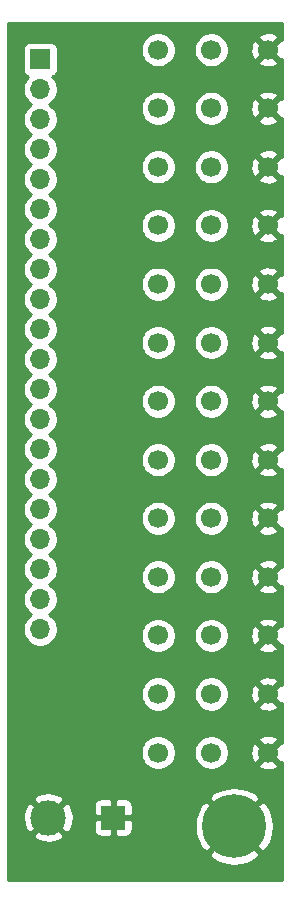
<source format=gbr>
%TF.GenerationSoftware,KiCad,Pcbnew,(5.1.6-0-10_14)*%
%TF.CreationDate,2020-08-23T22:04:21+02:00*%
%TF.ProjectId,cv_expander,63765f65-7870-4616-9e64-65722e6b6963,rev?*%
%TF.SameCoordinates,Original*%
%TF.FileFunction,Copper,L1,Top*%
%TF.FilePolarity,Positive*%
%FSLAX46Y46*%
G04 Gerber Fmt 4.6, Leading zero omitted, Abs format (unit mm)*
G04 Created by KiCad (PCBNEW (5.1.6-0-10_14)) date 2020-08-23 22:04:21*
%MOMM*%
%LPD*%
G01*
G04 APERTURE LIST*
%TA.AperFunction,SMDPad,CuDef*%
%ADD10R,2.000000X2.000000*%
%TD*%
%TA.AperFunction,ComponentPad*%
%ADD11C,1.700000*%
%TD*%
%TA.AperFunction,ComponentPad*%
%ADD12C,3.000000*%
%TD*%
%TA.AperFunction,ComponentPad*%
%ADD13O,1.700000X1.700000*%
%TD*%
%TA.AperFunction,ComponentPad*%
%ADD14R,1.700000X1.700000*%
%TD*%
%TA.AperFunction,ComponentPad*%
%ADD15C,5.400000*%
%TD*%
%TA.AperFunction,Conductor*%
%ADD16C,0.254000*%
%TD*%
G04 APERTURE END LIST*
D10*
%TO.P,TP2,1*%
%TO.N,GND_D*%
X142000000Y-147000000D03*
%TD*%
D11*
%TO.P,J7,S*%
%TO.N,GND_D*%
X155100000Y-106791665D03*
%TO.P,J7,R*%
%TO.N,Net-(J7-PadR)*%
X150300000Y-106791665D03*
%TO.P,J7,T*%
%TO.N,Net-(J1-Pad6)*%
X145800000Y-106791665D03*
%TD*%
%TO.P,J6,S*%
%TO.N,GND_D*%
X155100000Y-101833332D03*
%TO.P,J6,R*%
%TO.N,Net-(J6-PadR)*%
X150300000Y-101833332D03*
%TO.P,J6,T*%
%TO.N,Net-(J1-Pad5)*%
X145800000Y-101833332D03*
%TD*%
%TO.P,J5,S*%
%TO.N,GND_D*%
X155100000Y-96874999D03*
%TO.P,J5,R*%
%TO.N,Net-(J5-PadR)*%
X150300000Y-96874999D03*
%TO.P,J5,T*%
%TO.N,Net-(J1-Pad4)*%
X145800000Y-96874999D03*
%TD*%
%TO.P,J4,S*%
%TO.N,GND_D*%
X155100000Y-91916666D03*
%TO.P,J4,R*%
%TO.N,Net-(J4-PadR)*%
X150300000Y-91916666D03*
%TO.P,J4,T*%
%TO.N,Net-(J1-Pad3)*%
X145800000Y-91916666D03*
%TD*%
%TO.P,J3,S*%
%TO.N,GND_D*%
X155100000Y-86958333D03*
%TO.P,J3,R*%
%TO.N,Net-(J3-PadR)*%
X150300000Y-86958333D03*
%TO.P,J3,T*%
%TO.N,Net-(J1-Pad2)*%
X145800000Y-86958333D03*
%TD*%
%TO.P,J2,S*%
%TO.N,GND_D*%
X155100000Y-82000000D03*
%TO.P,J2,R*%
%TO.N,Net-(J2-PadR)*%
X150300000Y-82000000D03*
%TO.P,J2,T*%
%TO.N,Net-(J1-Pad1)*%
X145800000Y-82000000D03*
%TD*%
%TO.P,J14,S*%
%TO.N,GND_D*%
X155100000Y-141500000D03*
%TO.P,J14,R*%
%TO.N,Net-(J14-PadR)*%
X150300000Y-141500000D03*
%TO.P,J14,T*%
%TO.N,Net-(J1-Pad19)*%
X145800000Y-141500000D03*
%TD*%
%TO.P,J13,S*%
%TO.N,GND_D*%
X155100000Y-136541663D03*
%TO.P,J13,R*%
%TO.N,Net-(J13-PadR)*%
X150300000Y-136541663D03*
%TO.P,J13,T*%
%TO.N,Net-(J1-Pad17)*%
X145800000Y-136541663D03*
%TD*%
%TO.P,J12,S*%
%TO.N,GND_D*%
X155100000Y-131583330D03*
%TO.P,J12,R*%
%TO.N,Net-(J12-PadR)*%
X150300000Y-131583330D03*
%TO.P,J12,T*%
%TO.N,Net-(J1-Pad15)*%
X145800000Y-131583330D03*
%TD*%
%TO.P,J11,S*%
%TO.N,GND_D*%
X155100000Y-126624997D03*
%TO.P,J11,R*%
%TO.N,Net-(J11-PadR)*%
X150300000Y-126624997D03*
%TO.P,J11,T*%
%TO.N,Net-(J1-Pad13)*%
X145800000Y-126624997D03*
%TD*%
%TO.P,J10,S*%
%TO.N,GND_D*%
X155100000Y-121666664D03*
%TO.P,J10,R*%
%TO.N,Net-(J10-PadR)*%
X150300000Y-121666664D03*
%TO.P,J10,T*%
%TO.N,Net-(J1-Pad11)*%
X145800000Y-121666664D03*
%TD*%
%TO.P,J9,S*%
%TO.N,GND_D*%
X155100000Y-116708331D03*
%TO.P,J9,R*%
%TO.N,Net-(J9-PadR)*%
X150300000Y-116708331D03*
%TO.P,J9,T*%
%TO.N,Net-(J1-Pad10)*%
X145800000Y-116708331D03*
%TD*%
%TO.P,J8,S*%
%TO.N,GND_D*%
X155100000Y-111749998D03*
%TO.P,J8,R*%
%TO.N,Net-(J8-PadR)*%
X150300000Y-111749998D03*
%TO.P,J8,T*%
%TO.N,Net-(J1-Pad7)*%
X145800000Y-111749998D03*
%TD*%
D12*
%TO.P,GND,1*%
%TO.N,GND_D*%
X136500000Y-147000000D03*
%TD*%
D13*
%TO.P,J1,20*%
%TO.N,Net-(J1-Pad19)*%
X135812000Y-131064000D03*
%TO.P,J1,19*%
X135812000Y-128524000D03*
%TO.P,J1,18*%
%TO.N,Net-(J1-Pad17)*%
X135812000Y-125984000D03*
%TO.P,J1,17*%
X135812000Y-123444000D03*
%TO.P,J1,16*%
%TO.N,Net-(J1-Pad15)*%
X135812000Y-120904000D03*
%TO.P,J1,15*%
X135812000Y-118364000D03*
%TO.P,J1,14*%
%TO.N,Net-(J1-Pad13)*%
X135812000Y-115824000D03*
%TO.P,J1,13*%
X135812000Y-113284000D03*
%TO.P,J1,12*%
%TO.N,Net-(J1-Pad11)*%
X135812000Y-110744000D03*
%TO.P,J1,11*%
X135812000Y-108204000D03*
%TO.P,J1,10*%
%TO.N,Net-(J1-Pad10)*%
X135812000Y-105664000D03*
%TO.P,J1,9*%
X135812000Y-103124000D03*
%TO.P,J1,8*%
%TO.N,Net-(J1-Pad7)*%
X135812000Y-100584000D03*
%TO.P,J1,7*%
X135812000Y-98044000D03*
%TO.P,J1,6*%
%TO.N,Net-(J1-Pad6)*%
X135812000Y-95504000D03*
%TO.P,J1,5*%
%TO.N,Net-(J1-Pad5)*%
X135812000Y-92964000D03*
%TO.P,J1,4*%
%TO.N,Net-(J1-Pad4)*%
X135812000Y-90424000D03*
%TO.P,J1,3*%
%TO.N,Net-(J1-Pad3)*%
X135812000Y-87884000D03*
%TO.P,J1,2*%
%TO.N,Net-(J1-Pad2)*%
X135812000Y-85344000D03*
D14*
%TO.P,J1,1*%
%TO.N,Net-(J1-Pad1)*%
X135812000Y-82804000D03*
%TD*%
D15*
%TO.P,H1,1*%
%TO.N,GND_D*%
X152250000Y-147750000D03*
%TD*%
D16*
%TO.N,GND_D*%
G36*
X156290001Y-81201579D02*
G01*
X156128397Y-81151208D01*
X155279605Y-82000000D01*
X156128397Y-82848792D01*
X156290001Y-82798421D01*
X156290001Y-86159912D01*
X156128397Y-86109541D01*
X155279605Y-86958333D01*
X156128397Y-87807125D01*
X156290001Y-87756754D01*
X156290001Y-91118245D01*
X156128397Y-91067874D01*
X155279605Y-91916666D01*
X156128397Y-92765458D01*
X156290001Y-92715087D01*
X156290001Y-96076578D01*
X156128397Y-96026207D01*
X155279605Y-96874999D01*
X156128397Y-97723791D01*
X156290001Y-97673420D01*
X156290001Y-101034911D01*
X156128397Y-100984540D01*
X155279605Y-101833332D01*
X156128397Y-102682124D01*
X156290001Y-102631753D01*
X156290001Y-105993244D01*
X156128397Y-105942873D01*
X155279605Y-106791665D01*
X156128397Y-107640457D01*
X156290001Y-107590086D01*
X156290001Y-110951577D01*
X156128397Y-110901206D01*
X155279605Y-111749998D01*
X156128397Y-112598790D01*
X156290001Y-112548419D01*
X156290001Y-115909910D01*
X156128397Y-115859539D01*
X155279605Y-116708331D01*
X156128397Y-117557123D01*
X156290000Y-117506752D01*
X156290000Y-120868243D01*
X156128397Y-120817872D01*
X155279605Y-121666664D01*
X156128397Y-122515456D01*
X156290000Y-122465085D01*
X156290000Y-125826576D01*
X156128397Y-125776205D01*
X155279605Y-126624997D01*
X156128397Y-127473789D01*
X156290000Y-127423418D01*
X156290000Y-130784909D01*
X156128397Y-130734538D01*
X155279605Y-131583330D01*
X156128397Y-132432122D01*
X156290000Y-132381751D01*
X156290000Y-135743242D01*
X156128397Y-135692871D01*
X155279605Y-136541663D01*
X156128397Y-137390455D01*
X156290000Y-137340084D01*
X156290000Y-140701579D01*
X156128397Y-140651208D01*
X155279605Y-141500000D01*
X156128397Y-142348792D01*
X156290000Y-142298421D01*
X156290000Y-152290000D01*
X133127000Y-152290000D01*
X133127000Y-150095374D01*
X150084231Y-150095374D01*
X150384411Y-150533828D01*
X150963356Y-150844296D01*
X151591746Y-151035852D01*
X152245431Y-151101134D01*
X152899293Y-151037634D01*
X153528203Y-150847792D01*
X154107992Y-150538904D01*
X154115589Y-150533828D01*
X154415769Y-150095374D01*
X152250000Y-147929605D01*
X150084231Y-150095374D01*
X133127000Y-150095374D01*
X133127000Y-148491653D01*
X135187952Y-148491653D01*
X135343962Y-148807214D01*
X135718745Y-148998020D01*
X136123551Y-149112044D01*
X136542824Y-149144902D01*
X136960451Y-149095334D01*
X137360383Y-148965243D01*
X137656038Y-148807214D01*
X137812048Y-148491653D01*
X136500000Y-147179605D01*
X135187952Y-148491653D01*
X133127000Y-148491653D01*
X133127000Y-147042824D01*
X134355098Y-147042824D01*
X134404666Y-147460451D01*
X134534757Y-147860383D01*
X134692786Y-148156038D01*
X135008347Y-148312048D01*
X136320395Y-147000000D01*
X136679605Y-147000000D01*
X137991653Y-148312048D01*
X138307214Y-148156038D01*
X138386654Y-148000000D01*
X140361928Y-148000000D01*
X140374188Y-148124482D01*
X140410498Y-148244180D01*
X140469463Y-148354494D01*
X140548815Y-148451185D01*
X140645506Y-148530537D01*
X140755820Y-148589502D01*
X140875518Y-148625812D01*
X141000000Y-148638072D01*
X141714250Y-148635000D01*
X141873000Y-148476250D01*
X141873000Y-147127000D01*
X142127000Y-147127000D01*
X142127000Y-148476250D01*
X142285750Y-148635000D01*
X143000000Y-148638072D01*
X143124482Y-148625812D01*
X143244180Y-148589502D01*
X143354494Y-148530537D01*
X143451185Y-148451185D01*
X143530537Y-148354494D01*
X143589502Y-148244180D01*
X143625812Y-148124482D01*
X143638072Y-148000000D01*
X143636978Y-147745431D01*
X148898866Y-147745431D01*
X148962366Y-148399293D01*
X149152208Y-149028203D01*
X149461096Y-149607992D01*
X149466172Y-149615589D01*
X149904626Y-149915769D01*
X152070395Y-147750000D01*
X152429605Y-147750000D01*
X154595374Y-149915769D01*
X155033828Y-149615589D01*
X155344296Y-149036644D01*
X155535852Y-148408254D01*
X155601134Y-147754569D01*
X155537634Y-147100707D01*
X155347792Y-146471797D01*
X155038904Y-145892008D01*
X155033828Y-145884411D01*
X154595374Y-145584231D01*
X152429605Y-147750000D01*
X152070395Y-147750000D01*
X149904626Y-145584231D01*
X149466172Y-145884411D01*
X149155704Y-146463356D01*
X148964148Y-147091746D01*
X148898866Y-147745431D01*
X143636978Y-147745431D01*
X143635000Y-147285750D01*
X143476250Y-147127000D01*
X142127000Y-147127000D01*
X141873000Y-147127000D01*
X140523750Y-147127000D01*
X140365000Y-147285750D01*
X140361928Y-148000000D01*
X138386654Y-148000000D01*
X138498020Y-147781255D01*
X138612044Y-147376449D01*
X138644902Y-146957176D01*
X138595334Y-146539549D01*
X138465243Y-146139617D01*
X138390618Y-146000000D01*
X140361928Y-146000000D01*
X140365000Y-146714250D01*
X140523750Y-146873000D01*
X141873000Y-146873000D01*
X141873000Y-145523750D01*
X142127000Y-145523750D01*
X142127000Y-146873000D01*
X143476250Y-146873000D01*
X143635000Y-146714250D01*
X143638072Y-146000000D01*
X143625812Y-145875518D01*
X143589502Y-145755820D01*
X143530537Y-145645506D01*
X143451185Y-145548815D01*
X143354494Y-145469463D01*
X143244180Y-145410498D01*
X143224823Y-145404626D01*
X150084231Y-145404626D01*
X152250000Y-147570395D01*
X154415769Y-145404626D01*
X154115589Y-144966172D01*
X153536644Y-144655704D01*
X152908254Y-144464148D01*
X152254569Y-144398866D01*
X151600707Y-144462366D01*
X150971797Y-144652208D01*
X150392008Y-144961096D01*
X150384411Y-144966172D01*
X150084231Y-145404626D01*
X143224823Y-145404626D01*
X143124482Y-145374188D01*
X143000000Y-145361928D01*
X142285750Y-145365000D01*
X142127000Y-145523750D01*
X141873000Y-145523750D01*
X141714250Y-145365000D01*
X141000000Y-145361928D01*
X140875518Y-145374188D01*
X140755820Y-145410498D01*
X140645506Y-145469463D01*
X140548815Y-145548815D01*
X140469463Y-145645506D01*
X140410498Y-145755820D01*
X140374188Y-145875518D01*
X140361928Y-146000000D01*
X138390618Y-146000000D01*
X138307214Y-145843962D01*
X137991653Y-145687952D01*
X136679605Y-147000000D01*
X136320395Y-147000000D01*
X135008347Y-145687952D01*
X134692786Y-145843962D01*
X134501980Y-146218745D01*
X134387956Y-146623551D01*
X134355098Y-147042824D01*
X133127000Y-147042824D01*
X133127000Y-145508347D01*
X135187952Y-145508347D01*
X136500000Y-146820395D01*
X137812048Y-145508347D01*
X137656038Y-145192786D01*
X137281255Y-145001980D01*
X136876449Y-144887956D01*
X136457176Y-144855098D01*
X136039549Y-144904666D01*
X135639617Y-145034757D01*
X135343962Y-145192786D01*
X135187952Y-145508347D01*
X133127000Y-145508347D01*
X133127000Y-141353740D01*
X144315000Y-141353740D01*
X144315000Y-141646260D01*
X144372068Y-141933158D01*
X144484010Y-142203411D01*
X144646525Y-142446632D01*
X144853368Y-142653475D01*
X145096589Y-142815990D01*
X145366842Y-142927932D01*
X145653740Y-142985000D01*
X145946260Y-142985000D01*
X146233158Y-142927932D01*
X146503411Y-142815990D01*
X146746632Y-142653475D01*
X146953475Y-142446632D01*
X147115990Y-142203411D01*
X147227932Y-141933158D01*
X147285000Y-141646260D01*
X147285000Y-141353740D01*
X148815000Y-141353740D01*
X148815000Y-141646260D01*
X148872068Y-141933158D01*
X148984010Y-142203411D01*
X149146525Y-142446632D01*
X149353368Y-142653475D01*
X149596589Y-142815990D01*
X149866842Y-142927932D01*
X150153740Y-142985000D01*
X150446260Y-142985000D01*
X150733158Y-142927932D01*
X151003411Y-142815990D01*
X151246632Y-142653475D01*
X151371710Y-142528397D01*
X154251208Y-142528397D01*
X154328843Y-142777472D01*
X154592883Y-142903371D01*
X154876411Y-142975339D01*
X155168531Y-142990611D01*
X155458019Y-142948599D01*
X155733747Y-142850919D01*
X155871157Y-142777472D01*
X155948792Y-142528397D01*
X155100000Y-141679605D01*
X154251208Y-142528397D01*
X151371710Y-142528397D01*
X151453475Y-142446632D01*
X151615990Y-142203411D01*
X151727932Y-141933158D01*
X151785000Y-141646260D01*
X151785000Y-141568531D01*
X153609389Y-141568531D01*
X153651401Y-141858019D01*
X153749081Y-142133747D01*
X153822528Y-142271157D01*
X154071603Y-142348792D01*
X154920395Y-141500000D01*
X154071603Y-140651208D01*
X153822528Y-140728843D01*
X153696629Y-140992883D01*
X153624661Y-141276411D01*
X153609389Y-141568531D01*
X151785000Y-141568531D01*
X151785000Y-141353740D01*
X151727932Y-141066842D01*
X151615990Y-140796589D01*
X151453475Y-140553368D01*
X151371710Y-140471603D01*
X154251208Y-140471603D01*
X155100000Y-141320395D01*
X155948792Y-140471603D01*
X155871157Y-140222528D01*
X155607117Y-140096629D01*
X155323589Y-140024661D01*
X155031469Y-140009389D01*
X154741981Y-140051401D01*
X154466253Y-140149081D01*
X154328843Y-140222528D01*
X154251208Y-140471603D01*
X151371710Y-140471603D01*
X151246632Y-140346525D01*
X151003411Y-140184010D01*
X150733158Y-140072068D01*
X150446260Y-140015000D01*
X150153740Y-140015000D01*
X149866842Y-140072068D01*
X149596589Y-140184010D01*
X149353368Y-140346525D01*
X149146525Y-140553368D01*
X148984010Y-140796589D01*
X148872068Y-141066842D01*
X148815000Y-141353740D01*
X147285000Y-141353740D01*
X147227932Y-141066842D01*
X147115990Y-140796589D01*
X146953475Y-140553368D01*
X146746632Y-140346525D01*
X146503411Y-140184010D01*
X146233158Y-140072068D01*
X145946260Y-140015000D01*
X145653740Y-140015000D01*
X145366842Y-140072068D01*
X145096589Y-140184010D01*
X144853368Y-140346525D01*
X144646525Y-140553368D01*
X144484010Y-140796589D01*
X144372068Y-141066842D01*
X144315000Y-141353740D01*
X133127000Y-141353740D01*
X133127000Y-136395403D01*
X144315000Y-136395403D01*
X144315000Y-136687923D01*
X144372068Y-136974821D01*
X144484010Y-137245074D01*
X144646525Y-137488295D01*
X144853368Y-137695138D01*
X145096589Y-137857653D01*
X145366842Y-137969595D01*
X145653740Y-138026663D01*
X145946260Y-138026663D01*
X146233158Y-137969595D01*
X146503411Y-137857653D01*
X146746632Y-137695138D01*
X146953475Y-137488295D01*
X147115990Y-137245074D01*
X147227932Y-136974821D01*
X147285000Y-136687923D01*
X147285000Y-136395403D01*
X148815000Y-136395403D01*
X148815000Y-136687923D01*
X148872068Y-136974821D01*
X148984010Y-137245074D01*
X149146525Y-137488295D01*
X149353368Y-137695138D01*
X149596589Y-137857653D01*
X149866842Y-137969595D01*
X150153740Y-138026663D01*
X150446260Y-138026663D01*
X150733158Y-137969595D01*
X151003411Y-137857653D01*
X151246632Y-137695138D01*
X151371710Y-137570060D01*
X154251208Y-137570060D01*
X154328843Y-137819135D01*
X154592883Y-137945034D01*
X154876411Y-138017002D01*
X155168531Y-138032274D01*
X155458019Y-137990262D01*
X155733747Y-137892582D01*
X155871157Y-137819135D01*
X155948792Y-137570060D01*
X155100000Y-136721268D01*
X154251208Y-137570060D01*
X151371710Y-137570060D01*
X151453475Y-137488295D01*
X151615990Y-137245074D01*
X151727932Y-136974821D01*
X151785000Y-136687923D01*
X151785000Y-136610194D01*
X153609389Y-136610194D01*
X153651401Y-136899682D01*
X153749081Y-137175410D01*
X153822528Y-137312820D01*
X154071603Y-137390455D01*
X154920395Y-136541663D01*
X154071603Y-135692871D01*
X153822528Y-135770506D01*
X153696629Y-136034546D01*
X153624661Y-136318074D01*
X153609389Y-136610194D01*
X151785000Y-136610194D01*
X151785000Y-136395403D01*
X151727932Y-136108505D01*
X151615990Y-135838252D01*
X151453475Y-135595031D01*
X151371710Y-135513266D01*
X154251208Y-135513266D01*
X155100000Y-136362058D01*
X155948792Y-135513266D01*
X155871157Y-135264191D01*
X155607117Y-135138292D01*
X155323589Y-135066324D01*
X155031469Y-135051052D01*
X154741981Y-135093064D01*
X154466253Y-135190744D01*
X154328843Y-135264191D01*
X154251208Y-135513266D01*
X151371710Y-135513266D01*
X151246632Y-135388188D01*
X151003411Y-135225673D01*
X150733158Y-135113731D01*
X150446260Y-135056663D01*
X150153740Y-135056663D01*
X149866842Y-135113731D01*
X149596589Y-135225673D01*
X149353368Y-135388188D01*
X149146525Y-135595031D01*
X148984010Y-135838252D01*
X148872068Y-136108505D01*
X148815000Y-136395403D01*
X147285000Y-136395403D01*
X147227932Y-136108505D01*
X147115990Y-135838252D01*
X146953475Y-135595031D01*
X146746632Y-135388188D01*
X146503411Y-135225673D01*
X146233158Y-135113731D01*
X145946260Y-135056663D01*
X145653740Y-135056663D01*
X145366842Y-135113731D01*
X145096589Y-135225673D01*
X144853368Y-135388188D01*
X144646525Y-135595031D01*
X144484010Y-135838252D01*
X144372068Y-136108505D01*
X144315000Y-136395403D01*
X133127000Y-136395403D01*
X133127000Y-81954000D01*
X134323928Y-81954000D01*
X134323928Y-83654000D01*
X134336188Y-83778482D01*
X134372498Y-83898180D01*
X134431463Y-84008494D01*
X134510815Y-84105185D01*
X134607506Y-84184537D01*
X134717820Y-84243502D01*
X134790380Y-84265513D01*
X134658525Y-84397368D01*
X134496010Y-84640589D01*
X134384068Y-84910842D01*
X134327000Y-85197740D01*
X134327000Y-85490260D01*
X134384068Y-85777158D01*
X134496010Y-86047411D01*
X134658525Y-86290632D01*
X134865368Y-86497475D01*
X135039760Y-86614000D01*
X134865368Y-86730525D01*
X134658525Y-86937368D01*
X134496010Y-87180589D01*
X134384068Y-87450842D01*
X134327000Y-87737740D01*
X134327000Y-88030260D01*
X134384068Y-88317158D01*
X134496010Y-88587411D01*
X134658525Y-88830632D01*
X134865368Y-89037475D01*
X135039760Y-89154000D01*
X134865368Y-89270525D01*
X134658525Y-89477368D01*
X134496010Y-89720589D01*
X134384068Y-89990842D01*
X134327000Y-90277740D01*
X134327000Y-90570260D01*
X134384068Y-90857158D01*
X134496010Y-91127411D01*
X134658525Y-91370632D01*
X134865368Y-91577475D01*
X135039760Y-91694000D01*
X134865368Y-91810525D01*
X134658525Y-92017368D01*
X134496010Y-92260589D01*
X134384068Y-92530842D01*
X134327000Y-92817740D01*
X134327000Y-93110260D01*
X134384068Y-93397158D01*
X134496010Y-93667411D01*
X134658525Y-93910632D01*
X134865368Y-94117475D01*
X135039760Y-94234000D01*
X134865368Y-94350525D01*
X134658525Y-94557368D01*
X134496010Y-94800589D01*
X134384068Y-95070842D01*
X134327000Y-95357740D01*
X134327000Y-95650260D01*
X134384068Y-95937158D01*
X134496010Y-96207411D01*
X134658525Y-96450632D01*
X134865368Y-96657475D01*
X135039760Y-96774000D01*
X134865368Y-96890525D01*
X134658525Y-97097368D01*
X134496010Y-97340589D01*
X134384068Y-97610842D01*
X134327000Y-97897740D01*
X134327000Y-98190260D01*
X134384068Y-98477158D01*
X134496010Y-98747411D01*
X134658525Y-98990632D01*
X134865368Y-99197475D01*
X135039760Y-99314000D01*
X134865368Y-99430525D01*
X134658525Y-99637368D01*
X134496010Y-99880589D01*
X134384068Y-100150842D01*
X134327000Y-100437740D01*
X134327000Y-100730260D01*
X134384068Y-101017158D01*
X134496010Y-101287411D01*
X134658525Y-101530632D01*
X134865368Y-101737475D01*
X135039760Y-101854000D01*
X134865368Y-101970525D01*
X134658525Y-102177368D01*
X134496010Y-102420589D01*
X134384068Y-102690842D01*
X134327000Y-102977740D01*
X134327000Y-103270260D01*
X134384068Y-103557158D01*
X134496010Y-103827411D01*
X134658525Y-104070632D01*
X134865368Y-104277475D01*
X135039760Y-104394000D01*
X134865368Y-104510525D01*
X134658525Y-104717368D01*
X134496010Y-104960589D01*
X134384068Y-105230842D01*
X134327000Y-105517740D01*
X134327000Y-105810260D01*
X134384068Y-106097158D01*
X134496010Y-106367411D01*
X134658525Y-106610632D01*
X134865368Y-106817475D01*
X135039760Y-106934000D01*
X134865368Y-107050525D01*
X134658525Y-107257368D01*
X134496010Y-107500589D01*
X134384068Y-107770842D01*
X134327000Y-108057740D01*
X134327000Y-108350260D01*
X134384068Y-108637158D01*
X134496010Y-108907411D01*
X134658525Y-109150632D01*
X134865368Y-109357475D01*
X135039760Y-109474000D01*
X134865368Y-109590525D01*
X134658525Y-109797368D01*
X134496010Y-110040589D01*
X134384068Y-110310842D01*
X134327000Y-110597740D01*
X134327000Y-110890260D01*
X134384068Y-111177158D01*
X134496010Y-111447411D01*
X134658525Y-111690632D01*
X134865368Y-111897475D01*
X135039760Y-112014000D01*
X134865368Y-112130525D01*
X134658525Y-112337368D01*
X134496010Y-112580589D01*
X134384068Y-112850842D01*
X134327000Y-113137740D01*
X134327000Y-113430260D01*
X134384068Y-113717158D01*
X134496010Y-113987411D01*
X134658525Y-114230632D01*
X134865368Y-114437475D01*
X135039760Y-114554000D01*
X134865368Y-114670525D01*
X134658525Y-114877368D01*
X134496010Y-115120589D01*
X134384068Y-115390842D01*
X134327000Y-115677740D01*
X134327000Y-115970260D01*
X134384068Y-116257158D01*
X134496010Y-116527411D01*
X134658525Y-116770632D01*
X134865368Y-116977475D01*
X135039760Y-117094000D01*
X134865368Y-117210525D01*
X134658525Y-117417368D01*
X134496010Y-117660589D01*
X134384068Y-117930842D01*
X134327000Y-118217740D01*
X134327000Y-118510260D01*
X134384068Y-118797158D01*
X134496010Y-119067411D01*
X134658525Y-119310632D01*
X134865368Y-119517475D01*
X135039760Y-119634000D01*
X134865368Y-119750525D01*
X134658525Y-119957368D01*
X134496010Y-120200589D01*
X134384068Y-120470842D01*
X134327000Y-120757740D01*
X134327000Y-121050260D01*
X134384068Y-121337158D01*
X134496010Y-121607411D01*
X134658525Y-121850632D01*
X134865368Y-122057475D01*
X135039760Y-122174000D01*
X134865368Y-122290525D01*
X134658525Y-122497368D01*
X134496010Y-122740589D01*
X134384068Y-123010842D01*
X134327000Y-123297740D01*
X134327000Y-123590260D01*
X134384068Y-123877158D01*
X134496010Y-124147411D01*
X134658525Y-124390632D01*
X134865368Y-124597475D01*
X135039760Y-124714000D01*
X134865368Y-124830525D01*
X134658525Y-125037368D01*
X134496010Y-125280589D01*
X134384068Y-125550842D01*
X134327000Y-125837740D01*
X134327000Y-126130260D01*
X134384068Y-126417158D01*
X134496010Y-126687411D01*
X134658525Y-126930632D01*
X134865368Y-127137475D01*
X135039760Y-127254000D01*
X134865368Y-127370525D01*
X134658525Y-127577368D01*
X134496010Y-127820589D01*
X134384068Y-128090842D01*
X134327000Y-128377740D01*
X134327000Y-128670260D01*
X134384068Y-128957158D01*
X134496010Y-129227411D01*
X134658525Y-129470632D01*
X134865368Y-129677475D01*
X135039760Y-129794000D01*
X134865368Y-129910525D01*
X134658525Y-130117368D01*
X134496010Y-130360589D01*
X134384068Y-130630842D01*
X134327000Y-130917740D01*
X134327000Y-131210260D01*
X134384068Y-131497158D01*
X134496010Y-131767411D01*
X134658525Y-132010632D01*
X134865368Y-132217475D01*
X135108589Y-132379990D01*
X135378842Y-132491932D01*
X135665740Y-132549000D01*
X135958260Y-132549000D01*
X136245158Y-132491932D01*
X136515411Y-132379990D01*
X136758632Y-132217475D01*
X136965475Y-132010632D01*
X137127990Y-131767411D01*
X137239932Y-131497158D01*
X137251884Y-131437070D01*
X144315000Y-131437070D01*
X144315000Y-131729590D01*
X144372068Y-132016488D01*
X144484010Y-132286741D01*
X144646525Y-132529962D01*
X144853368Y-132736805D01*
X145096589Y-132899320D01*
X145366842Y-133011262D01*
X145653740Y-133068330D01*
X145946260Y-133068330D01*
X146233158Y-133011262D01*
X146503411Y-132899320D01*
X146746632Y-132736805D01*
X146953475Y-132529962D01*
X147115990Y-132286741D01*
X147227932Y-132016488D01*
X147285000Y-131729590D01*
X147285000Y-131437070D01*
X148815000Y-131437070D01*
X148815000Y-131729590D01*
X148872068Y-132016488D01*
X148984010Y-132286741D01*
X149146525Y-132529962D01*
X149353368Y-132736805D01*
X149596589Y-132899320D01*
X149866842Y-133011262D01*
X150153740Y-133068330D01*
X150446260Y-133068330D01*
X150733158Y-133011262D01*
X151003411Y-132899320D01*
X151246632Y-132736805D01*
X151371710Y-132611727D01*
X154251208Y-132611727D01*
X154328843Y-132860802D01*
X154592883Y-132986701D01*
X154876411Y-133058669D01*
X155168531Y-133073941D01*
X155458019Y-133031929D01*
X155733747Y-132934249D01*
X155871157Y-132860802D01*
X155948792Y-132611727D01*
X155100000Y-131762935D01*
X154251208Y-132611727D01*
X151371710Y-132611727D01*
X151453475Y-132529962D01*
X151615990Y-132286741D01*
X151727932Y-132016488D01*
X151785000Y-131729590D01*
X151785000Y-131651861D01*
X153609389Y-131651861D01*
X153651401Y-131941349D01*
X153749081Y-132217077D01*
X153822528Y-132354487D01*
X154071603Y-132432122D01*
X154920395Y-131583330D01*
X154071603Y-130734538D01*
X153822528Y-130812173D01*
X153696629Y-131076213D01*
X153624661Y-131359741D01*
X153609389Y-131651861D01*
X151785000Y-131651861D01*
X151785000Y-131437070D01*
X151727932Y-131150172D01*
X151615990Y-130879919D01*
X151453475Y-130636698D01*
X151371710Y-130554933D01*
X154251208Y-130554933D01*
X155100000Y-131403725D01*
X155948792Y-130554933D01*
X155871157Y-130305858D01*
X155607117Y-130179959D01*
X155323589Y-130107991D01*
X155031469Y-130092719D01*
X154741981Y-130134731D01*
X154466253Y-130232411D01*
X154328843Y-130305858D01*
X154251208Y-130554933D01*
X151371710Y-130554933D01*
X151246632Y-130429855D01*
X151003411Y-130267340D01*
X150733158Y-130155398D01*
X150446260Y-130098330D01*
X150153740Y-130098330D01*
X149866842Y-130155398D01*
X149596589Y-130267340D01*
X149353368Y-130429855D01*
X149146525Y-130636698D01*
X148984010Y-130879919D01*
X148872068Y-131150172D01*
X148815000Y-131437070D01*
X147285000Y-131437070D01*
X147227932Y-131150172D01*
X147115990Y-130879919D01*
X146953475Y-130636698D01*
X146746632Y-130429855D01*
X146503411Y-130267340D01*
X146233158Y-130155398D01*
X145946260Y-130098330D01*
X145653740Y-130098330D01*
X145366842Y-130155398D01*
X145096589Y-130267340D01*
X144853368Y-130429855D01*
X144646525Y-130636698D01*
X144484010Y-130879919D01*
X144372068Y-131150172D01*
X144315000Y-131437070D01*
X137251884Y-131437070D01*
X137297000Y-131210260D01*
X137297000Y-130917740D01*
X137239932Y-130630842D01*
X137127990Y-130360589D01*
X136965475Y-130117368D01*
X136758632Y-129910525D01*
X136584240Y-129794000D01*
X136758632Y-129677475D01*
X136965475Y-129470632D01*
X137127990Y-129227411D01*
X137239932Y-128957158D01*
X137297000Y-128670260D01*
X137297000Y-128377740D01*
X137239932Y-128090842D01*
X137127990Y-127820589D01*
X136965475Y-127577368D01*
X136758632Y-127370525D01*
X136584240Y-127254000D01*
X136758632Y-127137475D01*
X136965475Y-126930632D01*
X137127990Y-126687411D01*
X137214425Y-126478737D01*
X144315000Y-126478737D01*
X144315000Y-126771257D01*
X144372068Y-127058155D01*
X144484010Y-127328408D01*
X144646525Y-127571629D01*
X144853368Y-127778472D01*
X145096589Y-127940987D01*
X145366842Y-128052929D01*
X145653740Y-128109997D01*
X145946260Y-128109997D01*
X146233158Y-128052929D01*
X146503411Y-127940987D01*
X146746632Y-127778472D01*
X146953475Y-127571629D01*
X147115990Y-127328408D01*
X147227932Y-127058155D01*
X147285000Y-126771257D01*
X147285000Y-126478737D01*
X148815000Y-126478737D01*
X148815000Y-126771257D01*
X148872068Y-127058155D01*
X148984010Y-127328408D01*
X149146525Y-127571629D01*
X149353368Y-127778472D01*
X149596589Y-127940987D01*
X149866842Y-128052929D01*
X150153740Y-128109997D01*
X150446260Y-128109997D01*
X150733158Y-128052929D01*
X151003411Y-127940987D01*
X151246632Y-127778472D01*
X151371710Y-127653394D01*
X154251208Y-127653394D01*
X154328843Y-127902469D01*
X154592883Y-128028368D01*
X154876411Y-128100336D01*
X155168531Y-128115608D01*
X155458019Y-128073596D01*
X155733747Y-127975916D01*
X155871157Y-127902469D01*
X155948792Y-127653394D01*
X155100000Y-126804602D01*
X154251208Y-127653394D01*
X151371710Y-127653394D01*
X151453475Y-127571629D01*
X151615990Y-127328408D01*
X151727932Y-127058155D01*
X151785000Y-126771257D01*
X151785000Y-126693528D01*
X153609389Y-126693528D01*
X153651401Y-126983016D01*
X153749081Y-127258744D01*
X153822528Y-127396154D01*
X154071603Y-127473789D01*
X154920395Y-126624997D01*
X154071603Y-125776205D01*
X153822528Y-125853840D01*
X153696629Y-126117880D01*
X153624661Y-126401408D01*
X153609389Y-126693528D01*
X151785000Y-126693528D01*
X151785000Y-126478737D01*
X151727932Y-126191839D01*
X151615990Y-125921586D01*
X151453475Y-125678365D01*
X151371710Y-125596600D01*
X154251208Y-125596600D01*
X155100000Y-126445392D01*
X155948792Y-125596600D01*
X155871157Y-125347525D01*
X155607117Y-125221626D01*
X155323589Y-125149658D01*
X155031469Y-125134386D01*
X154741981Y-125176398D01*
X154466253Y-125274078D01*
X154328843Y-125347525D01*
X154251208Y-125596600D01*
X151371710Y-125596600D01*
X151246632Y-125471522D01*
X151003411Y-125309007D01*
X150733158Y-125197065D01*
X150446260Y-125139997D01*
X150153740Y-125139997D01*
X149866842Y-125197065D01*
X149596589Y-125309007D01*
X149353368Y-125471522D01*
X149146525Y-125678365D01*
X148984010Y-125921586D01*
X148872068Y-126191839D01*
X148815000Y-126478737D01*
X147285000Y-126478737D01*
X147227932Y-126191839D01*
X147115990Y-125921586D01*
X146953475Y-125678365D01*
X146746632Y-125471522D01*
X146503411Y-125309007D01*
X146233158Y-125197065D01*
X145946260Y-125139997D01*
X145653740Y-125139997D01*
X145366842Y-125197065D01*
X145096589Y-125309007D01*
X144853368Y-125471522D01*
X144646525Y-125678365D01*
X144484010Y-125921586D01*
X144372068Y-126191839D01*
X144315000Y-126478737D01*
X137214425Y-126478737D01*
X137239932Y-126417158D01*
X137297000Y-126130260D01*
X137297000Y-125837740D01*
X137239932Y-125550842D01*
X137127990Y-125280589D01*
X136965475Y-125037368D01*
X136758632Y-124830525D01*
X136584240Y-124714000D01*
X136758632Y-124597475D01*
X136965475Y-124390632D01*
X137127990Y-124147411D01*
X137239932Y-123877158D01*
X137297000Y-123590260D01*
X137297000Y-123297740D01*
X137239932Y-123010842D01*
X137127990Y-122740589D01*
X136965475Y-122497368D01*
X136758632Y-122290525D01*
X136584240Y-122174000D01*
X136758632Y-122057475D01*
X136965475Y-121850632D01*
X137127990Y-121607411D01*
X137164029Y-121520404D01*
X144315000Y-121520404D01*
X144315000Y-121812924D01*
X144372068Y-122099822D01*
X144484010Y-122370075D01*
X144646525Y-122613296D01*
X144853368Y-122820139D01*
X145096589Y-122982654D01*
X145366842Y-123094596D01*
X145653740Y-123151664D01*
X145946260Y-123151664D01*
X146233158Y-123094596D01*
X146503411Y-122982654D01*
X146746632Y-122820139D01*
X146953475Y-122613296D01*
X147115990Y-122370075D01*
X147227932Y-122099822D01*
X147285000Y-121812924D01*
X147285000Y-121520404D01*
X148815000Y-121520404D01*
X148815000Y-121812924D01*
X148872068Y-122099822D01*
X148984010Y-122370075D01*
X149146525Y-122613296D01*
X149353368Y-122820139D01*
X149596589Y-122982654D01*
X149866842Y-123094596D01*
X150153740Y-123151664D01*
X150446260Y-123151664D01*
X150733158Y-123094596D01*
X151003411Y-122982654D01*
X151246632Y-122820139D01*
X151371710Y-122695061D01*
X154251208Y-122695061D01*
X154328843Y-122944136D01*
X154592883Y-123070035D01*
X154876411Y-123142003D01*
X155168531Y-123157275D01*
X155458019Y-123115263D01*
X155733747Y-123017583D01*
X155871157Y-122944136D01*
X155948792Y-122695061D01*
X155100000Y-121846269D01*
X154251208Y-122695061D01*
X151371710Y-122695061D01*
X151453475Y-122613296D01*
X151615990Y-122370075D01*
X151727932Y-122099822D01*
X151785000Y-121812924D01*
X151785000Y-121735195D01*
X153609389Y-121735195D01*
X153651401Y-122024683D01*
X153749081Y-122300411D01*
X153822528Y-122437821D01*
X154071603Y-122515456D01*
X154920395Y-121666664D01*
X154071603Y-120817872D01*
X153822528Y-120895507D01*
X153696629Y-121159547D01*
X153624661Y-121443075D01*
X153609389Y-121735195D01*
X151785000Y-121735195D01*
X151785000Y-121520404D01*
X151727932Y-121233506D01*
X151615990Y-120963253D01*
X151453475Y-120720032D01*
X151371710Y-120638267D01*
X154251208Y-120638267D01*
X155100000Y-121487059D01*
X155948792Y-120638267D01*
X155871157Y-120389192D01*
X155607117Y-120263293D01*
X155323589Y-120191325D01*
X155031469Y-120176053D01*
X154741981Y-120218065D01*
X154466253Y-120315745D01*
X154328843Y-120389192D01*
X154251208Y-120638267D01*
X151371710Y-120638267D01*
X151246632Y-120513189D01*
X151003411Y-120350674D01*
X150733158Y-120238732D01*
X150446260Y-120181664D01*
X150153740Y-120181664D01*
X149866842Y-120238732D01*
X149596589Y-120350674D01*
X149353368Y-120513189D01*
X149146525Y-120720032D01*
X148984010Y-120963253D01*
X148872068Y-121233506D01*
X148815000Y-121520404D01*
X147285000Y-121520404D01*
X147227932Y-121233506D01*
X147115990Y-120963253D01*
X146953475Y-120720032D01*
X146746632Y-120513189D01*
X146503411Y-120350674D01*
X146233158Y-120238732D01*
X145946260Y-120181664D01*
X145653740Y-120181664D01*
X145366842Y-120238732D01*
X145096589Y-120350674D01*
X144853368Y-120513189D01*
X144646525Y-120720032D01*
X144484010Y-120963253D01*
X144372068Y-121233506D01*
X144315000Y-121520404D01*
X137164029Y-121520404D01*
X137239932Y-121337158D01*
X137297000Y-121050260D01*
X137297000Y-120757740D01*
X137239932Y-120470842D01*
X137127990Y-120200589D01*
X136965475Y-119957368D01*
X136758632Y-119750525D01*
X136584240Y-119634000D01*
X136758632Y-119517475D01*
X136965475Y-119310632D01*
X137127990Y-119067411D01*
X137239932Y-118797158D01*
X137297000Y-118510260D01*
X137297000Y-118217740D01*
X137239932Y-117930842D01*
X137127990Y-117660589D01*
X136965475Y-117417368D01*
X136758632Y-117210525D01*
X136584240Y-117094000D01*
X136758632Y-116977475D01*
X136965475Y-116770632D01*
X137104830Y-116562071D01*
X144315000Y-116562071D01*
X144315000Y-116854591D01*
X144372068Y-117141489D01*
X144484010Y-117411742D01*
X144646525Y-117654963D01*
X144853368Y-117861806D01*
X145096589Y-118024321D01*
X145366842Y-118136263D01*
X145653740Y-118193331D01*
X145946260Y-118193331D01*
X146233158Y-118136263D01*
X146503411Y-118024321D01*
X146746632Y-117861806D01*
X146953475Y-117654963D01*
X147115990Y-117411742D01*
X147227932Y-117141489D01*
X147285000Y-116854591D01*
X147285000Y-116562071D01*
X148815000Y-116562071D01*
X148815000Y-116854591D01*
X148872068Y-117141489D01*
X148984010Y-117411742D01*
X149146525Y-117654963D01*
X149353368Y-117861806D01*
X149596589Y-118024321D01*
X149866842Y-118136263D01*
X150153740Y-118193331D01*
X150446260Y-118193331D01*
X150733158Y-118136263D01*
X151003411Y-118024321D01*
X151246632Y-117861806D01*
X151371710Y-117736728D01*
X154251208Y-117736728D01*
X154328843Y-117985803D01*
X154592883Y-118111702D01*
X154876411Y-118183670D01*
X155168531Y-118198942D01*
X155458019Y-118156930D01*
X155733747Y-118059250D01*
X155871157Y-117985803D01*
X155948792Y-117736728D01*
X155100000Y-116887936D01*
X154251208Y-117736728D01*
X151371710Y-117736728D01*
X151453475Y-117654963D01*
X151615990Y-117411742D01*
X151727932Y-117141489D01*
X151785000Y-116854591D01*
X151785000Y-116776862D01*
X153609389Y-116776862D01*
X153651401Y-117066350D01*
X153749081Y-117342078D01*
X153822528Y-117479488D01*
X154071603Y-117557123D01*
X154920395Y-116708331D01*
X154071603Y-115859539D01*
X153822528Y-115937174D01*
X153696629Y-116201214D01*
X153624661Y-116484742D01*
X153609389Y-116776862D01*
X151785000Y-116776862D01*
X151785000Y-116562071D01*
X151727932Y-116275173D01*
X151615990Y-116004920D01*
X151453475Y-115761699D01*
X151371710Y-115679934D01*
X154251208Y-115679934D01*
X155100000Y-116528726D01*
X155948792Y-115679934D01*
X155871157Y-115430859D01*
X155607117Y-115304960D01*
X155323589Y-115232992D01*
X155031469Y-115217720D01*
X154741981Y-115259732D01*
X154466253Y-115357412D01*
X154328843Y-115430859D01*
X154251208Y-115679934D01*
X151371710Y-115679934D01*
X151246632Y-115554856D01*
X151003411Y-115392341D01*
X150733158Y-115280399D01*
X150446260Y-115223331D01*
X150153740Y-115223331D01*
X149866842Y-115280399D01*
X149596589Y-115392341D01*
X149353368Y-115554856D01*
X149146525Y-115761699D01*
X148984010Y-116004920D01*
X148872068Y-116275173D01*
X148815000Y-116562071D01*
X147285000Y-116562071D01*
X147227932Y-116275173D01*
X147115990Y-116004920D01*
X146953475Y-115761699D01*
X146746632Y-115554856D01*
X146503411Y-115392341D01*
X146233158Y-115280399D01*
X145946260Y-115223331D01*
X145653740Y-115223331D01*
X145366842Y-115280399D01*
X145096589Y-115392341D01*
X144853368Y-115554856D01*
X144646525Y-115761699D01*
X144484010Y-116004920D01*
X144372068Y-116275173D01*
X144315000Y-116562071D01*
X137104830Y-116562071D01*
X137127990Y-116527411D01*
X137239932Y-116257158D01*
X137297000Y-115970260D01*
X137297000Y-115677740D01*
X137239932Y-115390842D01*
X137127990Y-115120589D01*
X136965475Y-114877368D01*
X136758632Y-114670525D01*
X136584240Y-114554000D01*
X136758632Y-114437475D01*
X136965475Y-114230632D01*
X137127990Y-113987411D01*
X137239932Y-113717158D01*
X137297000Y-113430260D01*
X137297000Y-113137740D01*
X137239932Y-112850842D01*
X137127990Y-112580589D01*
X136965475Y-112337368D01*
X136758632Y-112130525D01*
X136584240Y-112014000D01*
X136758632Y-111897475D01*
X136965475Y-111690632D01*
X137023535Y-111603738D01*
X144315000Y-111603738D01*
X144315000Y-111896258D01*
X144372068Y-112183156D01*
X144484010Y-112453409D01*
X144646525Y-112696630D01*
X144853368Y-112903473D01*
X145096589Y-113065988D01*
X145366842Y-113177930D01*
X145653740Y-113234998D01*
X145946260Y-113234998D01*
X146233158Y-113177930D01*
X146503411Y-113065988D01*
X146746632Y-112903473D01*
X146953475Y-112696630D01*
X147115990Y-112453409D01*
X147227932Y-112183156D01*
X147285000Y-111896258D01*
X147285000Y-111603738D01*
X148815000Y-111603738D01*
X148815000Y-111896258D01*
X148872068Y-112183156D01*
X148984010Y-112453409D01*
X149146525Y-112696630D01*
X149353368Y-112903473D01*
X149596589Y-113065988D01*
X149866842Y-113177930D01*
X150153740Y-113234998D01*
X150446260Y-113234998D01*
X150733158Y-113177930D01*
X151003411Y-113065988D01*
X151246632Y-112903473D01*
X151371710Y-112778395D01*
X154251208Y-112778395D01*
X154328843Y-113027470D01*
X154592883Y-113153369D01*
X154876411Y-113225337D01*
X155168531Y-113240609D01*
X155458019Y-113198597D01*
X155733747Y-113100917D01*
X155871157Y-113027470D01*
X155948792Y-112778395D01*
X155100000Y-111929603D01*
X154251208Y-112778395D01*
X151371710Y-112778395D01*
X151453475Y-112696630D01*
X151615990Y-112453409D01*
X151727932Y-112183156D01*
X151785000Y-111896258D01*
X151785000Y-111818529D01*
X153609389Y-111818529D01*
X153651401Y-112108017D01*
X153749081Y-112383745D01*
X153822528Y-112521155D01*
X154071603Y-112598790D01*
X154920395Y-111749998D01*
X154071603Y-110901206D01*
X153822528Y-110978841D01*
X153696629Y-111242881D01*
X153624661Y-111526409D01*
X153609389Y-111818529D01*
X151785000Y-111818529D01*
X151785000Y-111603738D01*
X151727932Y-111316840D01*
X151615990Y-111046587D01*
X151453475Y-110803366D01*
X151371710Y-110721601D01*
X154251208Y-110721601D01*
X155100000Y-111570393D01*
X155948792Y-110721601D01*
X155871157Y-110472526D01*
X155607117Y-110346627D01*
X155323589Y-110274659D01*
X155031469Y-110259387D01*
X154741981Y-110301399D01*
X154466253Y-110399079D01*
X154328843Y-110472526D01*
X154251208Y-110721601D01*
X151371710Y-110721601D01*
X151246632Y-110596523D01*
X151003411Y-110434008D01*
X150733158Y-110322066D01*
X150446260Y-110264998D01*
X150153740Y-110264998D01*
X149866842Y-110322066D01*
X149596589Y-110434008D01*
X149353368Y-110596523D01*
X149146525Y-110803366D01*
X148984010Y-111046587D01*
X148872068Y-111316840D01*
X148815000Y-111603738D01*
X147285000Y-111603738D01*
X147227932Y-111316840D01*
X147115990Y-111046587D01*
X146953475Y-110803366D01*
X146746632Y-110596523D01*
X146503411Y-110434008D01*
X146233158Y-110322066D01*
X145946260Y-110264998D01*
X145653740Y-110264998D01*
X145366842Y-110322066D01*
X145096589Y-110434008D01*
X144853368Y-110596523D01*
X144646525Y-110803366D01*
X144484010Y-111046587D01*
X144372068Y-111316840D01*
X144315000Y-111603738D01*
X137023535Y-111603738D01*
X137127990Y-111447411D01*
X137239932Y-111177158D01*
X137297000Y-110890260D01*
X137297000Y-110597740D01*
X137239932Y-110310842D01*
X137127990Y-110040589D01*
X136965475Y-109797368D01*
X136758632Y-109590525D01*
X136584240Y-109474000D01*
X136758632Y-109357475D01*
X136965475Y-109150632D01*
X137127990Y-108907411D01*
X137239932Y-108637158D01*
X137297000Y-108350260D01*
X137297000Y-108057740D01*
X137239932Y-107770842D01*
X137127990Y-107500589D01*
X136965475Y-107257368D01*
X136758632Y-107050525D01*
X136584240Y-106934000D01*
X136758632Y-106817475D01*
X136930702Y-106645405D01*
X144315000Y-106645405D01*
X144315000Y-106937925D01*
X144372068Y-107224823D01*
X144484010Y-107495076D01*
X144646525Y-107738297D01*
X144853368Y-107945140D01*
X145096589Y-108107655D01*
X145366842Y-108219597D01*
X145653740Y-108276665D01*
X145946260Y-108276665D01*
X146233158Y-108219597D01*
X146503411Y-108107655D01*
X146746632Y-107945140D01*
X146953475Y-107738297D01*
X147115990Y-107495076D01*
X147227932Y-107224823D01*
X147285000Y-106937925D01*
X147285000Y-106645405D01*
X148815000Y-106645405D01*
X148815000Y-106937925D01*
X148872068Y-107224823D01*
X148984010Y-107495076D01*
X149146525Y-107738297D01*
X149353368Y-107945140D01*
X149596589Y-108107655D01*
X149866842Y-108219597D01*
X150153740Y-108276665D01*
X150446260Y-108276665D01*
X150733158Y-108219597D01*
X151003411Y-108107655D01*
X151246632Y-107945140D01*
X151371710Y-107820062D01*
X154251208Y-107820062D01*
X154328843Y-108069137D01*
X154592883Y-108195036D01*
X154876411Y-108267004D01*
X155168531Y-108282276D01*
X155458019Y-108240264D01*
X155733747Y-108142584D01*
X155871157Y-108069137D01*
X155948792Y-107820062D01*
X155100000Y-106971270D01*
X154251208Y-107820062D01*
X151371710Y-107820062D01*
X151453475Y-107738297D01*
X151615990Y-107495076D01*
X151727932Y-107224823D01*
X151785000Y-106937925D01*
X151785000Y-106860196D01*
X153609389Y-106860196D01*
X153651401Y-107149684D01*
X153749081Y-107425412D01*
X153822528Y-107562822D01*
X154071603Y-107640457D01*
X154920395Y-106791665D01*
X154071603Y-105942873D01*
X153822528Y-106020508D01*
X153696629Y-106284548D01*
X153624661Y-106568076D01*
X153609389Y-106860196D01*
X151785000Y-106860196D01*
X151785000Y-106645405D01*
X151727932Y-106358507D01*
X151615990Y-106088254D01*
X151453475Y-105845033D01*
X151371710Y-105763268D01*
X154251208Y-105763268D01*
X155100000Y-106612060D01*
X155948792Y-105763268D01*
X155871157Y-105514193D01*
X155607117Y-105388294D01*
X155323589Y-105316326D01*
X155031469Y-105301054D01*
X154741981Y-105343066D01*
X154466253Y-105440746D01*
X154328843Y-105514193D01*
X154251208Y-105763268D01*
X151371710Y-105763268D01*
X151246632Y-105638190D01*
X151003411Y-105475675D01*
X150733158Y-105363733D01*
X150446260Y-105306665D01*
X150153740Y-105306665D01*
X149866842Y-105363733D01*
X149596589Y-105475675D01*
X149353368Y-105638190D01*
X149146525Y-105845033D01*
X148984010Y-106088254D01*
X148872068Y-106358507D01*
X148815000Y-106645405D01*
X147285000Y-106645405D01*
X147227932Y-106358507D01*
X147115990Y-106088254D01*
X146953475Y-105845033D01*
X146746632Y-105638190D01*
X146503411Y-105475675D01*
X146233158Y-105363733D01*
X145946260Y-105306665D01*
X145653740Y-105306665D01*
X145366842Y-105363733D01*
X145096589Y-105475675D01*
X144853368Y-105638190D01*
X144646525Y-105845033D01*
X144484010Y-106088254D01*
X144372068Y-106358507D01*
X144315000Y-106645405D01*
X136930702Y-106645405D01*
X136965475Y-106610632D01*
X137127990Y-106367411D01*
X137239932Y-106097158D01*
X137297000Y-105810260D01*
X137297000Y-105517740D01*
X137239932Y-105230842D01*
X137127990Y-104960589D01*
X136965475Y-104717368D01*
X136758632Y-104510525D01*
X136584240Y-104394000D01*
X136758632Y-104277475D01*
X136965475Y-104070632D01*
X137127990Y-103827411D01*
X137239932Y-103557158D01*
X137297000Y-103270260D01*
X137297000Y-102977740D01*
X137239932Y-102690842D01*
X137127990Y-102420589D01*
X136965475Y-102177368D01*
X136758632Y-101970525D01*
X136584240Y-101854000D01*
X136758632Y-101737475D01*
X136809035Y-101687072D01*
X144315000Y-101687072D01*
X144315000Y-101979592D01*
X144372068Y-102266490D01*
X144484010Y-102536743D01*
X144646525Y-102779964D01*
X144853368Y-102986807D01*
X145096589Y-103149322D01*
X145366842Y-103261264D01*
X145653740Y-103318332D01*
X145946260Y-103318332D01*
X146233158Y-103261264D01*
X146503411Y-103149322D01*
X146746632Y-102986807D01*
X146953475Y-102779964D01*
X147115990Y-102536743D01*
X147227932Y-102266490D01*
X147285000Y-101979592D01*
X147285000Y-101687072D01*
X148815000Y-101687072D01*
X148815000Y-101979592D01*
X148872068Y-102266490D01*
X148984010Y-102536743D01*
X149146525Y-102779964D01*
X149353368Y-102986807D01*
X149596589Y-103149322D01*
X149866842Y-103261264D01*
X150153740Y-103318332D01*
X150446260Y-103318332D01*
X150733158Y-103261264D01*
X151003411Y-103149322D01*
X151246632Y-102986807D01*
X151371710Y-102861729D01*
X154251208Y-102861729D01*
X154328843Y-103110804D01*
X154592883Y-103236703D01*
X154876411Y-103308671D01*
X155168531Y-103323943D01*
X155458019Y-103281931D01*
X155733747Y-103184251D01*
X155871157Y-103110804D01*
X155948792Y-102861729D01*
X155100000Y-102012937D01*
X154251208Y-102861729D01*
X151371710Y-102861729D01*
X151453475Y-102779964D01*
X151615990Y-102536743D01*
X151727932Y-102266490D01*
X151785000Y-101979592D01*
X151785000Y-101901863D01*
X153609389Y-101901863D01*
X153651401Y-102191351D01*
X153749081Y-102467079D01*
X153822528Y-102604489D01*
X154071603Y-102682124D01*
X154920395Y-101833332D01*
X154071603Y-100984540D01*
X153822528Y-101062175D01*
X153696629Y-101326215D01*
X153624661Y-101609743D01*
X153609389Y-101901863D01*
X151785000Y-101901863D01*
X151785000Y-101687072D01*
X151727932Y-101400174D01*
X151615990Y-101129921D01*
X151453475Y-100886700D01*
X151371710Y-100804935D01*
X154251208Y-100804935D01*
X155100000Y-101653727D01*
X155948792Y-100804935D01*
X155871157Y-100555860D01*
X155607117Y-100429961D01*
X155323589Y-100357993D01*
X155031469Y-100342721D01*
X154741981Y-100384733D01*
X154466253Y-100482413D01*
X154328843Y-100555860D01*
X154251208Y-100804935D01*
X151371710Y-100804935D01*
X151246632Y-100679857D01*
X151003411Y-100517342D01*
X150733158Y-100405400D01*
X150446260Y-100348332D01*
X150153740Y-100348332D01*
X149866842Y-100405400D01*
X149596589Y-100517342D01*
X149353368Y-100679857D01*
X149146525Y-100886700D01*
X148984010Y-101129921D01*
X148872068Y-101400174D01*
X148815000Y-101687072D01*
X147285000Y-101687072D01*
X147227932Y-101400174D01*
X147115990Y-101129921D01*
X146953475Y-100886700D01*
X146746632Y-100679857D01*
X146503411Y-100517342D01*
X146233158Y-100405400D01*
X145946260Y-100348332D01*
X145653740Y-100348332D01*
X145366842Y-100405400D01*
X145096589Y-100517342D01*
X144853368Y-100679857D01*
X144646525Y-100886700D01*
X144484010Y-101129921D01*
X144372068Y-101400174D01*
X144315000Y-101687072D01*
X136809035Y-101687072D01*
X136965475Y-101530632D01*
X137127990Y-101287411D01*
X137239932Y-101017158D01*
X137297000Y-100730260D01*
X137297000Y-100437740D01*
X137239932Y-100150842D01*
X137127990Y-99880589D01*
X136965475Y-99637368D01*
X136758632Y-99430525D01*
X136584240Y-99314000D01*
X136758632Y-99197475D01*
X136965475Y-98990632D01*
X137127990Y-98747411D01*
X137239932Y-98477158D01*
X137297000Y-98190260D01*
X137297000Y-97897740D01*
X137239932Y-97610842D01*
X137127990Y-97340589D01*
X136965475Y-97097368D01*
X136758632Y-96890525D01*
X136584240Y-96774000D01*
X136651977Y-96728739D01*
X144315000Y-96728739D01*
X144315000Y-97021259D01*
X144372068Y-97308157D01*
X144484010Y-97578410D01*
X144646525Y-97821631D01*
X144853368Y-98028474D01*
X145096589Y-98190989D01*
X145366842Y-98302931D01*
X145653740Y-98359999D01*
X145946260Y-98359999D01*
X146233158Y-98302931D01*
X146503411Y-98190989D01*
X146746632Y-98028474D01*
X146953475Y-97821631D01*
X147115990Y-97578410D01*
X147227932Y-97308157D01*
X147285000Y-97021259D01*
X147285000Y-96728739D01*
X148815000Y-96728739D01*
X148815000Y-97021259D01*
X148872068Y-97308157D01*
X148984010Y-97578410D01*
X149146525Y-97821631D01*
X149353368Y-98028474D01*
X149596589Y-98190989D01*
X149866842Y-98302931D01*
X150153740Y-98359999D01*
X150446260Y-98359999D01*
X150733158Y-98302931D01*
X151003411Y-98190989D01*
X151246632Y-98028474D01*
X151371710Y-97903396D01*
X154251208Y-97903396D01*
X154328843Y-98152471D01*
X154592883Y-98278370D01*
X154876411Y-98350338D01*
X155168531Y-98365610D01*
X155458019Y-98323598D01*
X155733747Y-98225918D01*
X155871157Y-98152471D01*
X155948792Y-97903396D01*
X155100000Y-97054604D01*
X154251208Y-97903396D01*
X151371710Y-97903396D01*
X151453475Y-97821631D01*
X151615990Y-97578410D01*
X151727932Y-97308157D01*
X151785000Y-97021259D01*
X151785000Y-96943530D01*
X153609389Y-96943530D01*
X153651401Y-97233018D01*
X153749081Y-97508746D01*
X153822528Y-97646156D01*
X154071603Y-97723791D01*
X154920395Y-96874999D01*
X154071603Y-96026207D01*
X153822528Y-96103842D01*
X153696629Y-96367882D01*
X153624661Y-96651410D01*
X153609389Y-96943530D01*
X151785000Y-96943530D01*
X151785000Y-96728739D01*
X151727932Y-96441841D01*
X151615990Y-96171588D01*
X151453475Y-95928367D01*
X151371710Y-95846602D01*
X154251208Y-95846602D01*
X155100000Y-96695394D01*
X155948792Y-95846602D01*
X155871157Y-95597527D01*
X155607117Y-95471628D01*
X155323589Y-95399660D01*
X155031469Y-95384388D01*
X154741981Y-95426400D01*
X154466253Y-95524080D01*
X154328843Y-95597527D01*
X154251208Y-95846602D01*
X151371710Y-95846602D01*
X151246632Y-95721524D01*
X151003411Y-95559009D01*
X150733158Y-95447067D01*
X150446260Y-95389999D01*
X150153740Y-95389999D01*
X149866842Y-95447067D01*
X149596589Y-95559009D01*
X149353368Y-95721524D01*
X149146525Y-95928367D01*
X148984010Y-96171588D01*
X148872068Y-96441841D01*
X148815000Y-96728739D01*
X147285000Y-96728739D01*
X147227932Y-96441841D01*
X147115990Y-96171588D01*
X146953475Y-95928367D01*
X146746632Y-95721524D01*
X146503411Y-95559009D01*
X146233158Y-95447067D01*
X145946260Y-95389999D01*
X145653740Y-95389999D01*
X145366842Y-95447067D01*
X145096589Y-95559009D01*
X144853368Y-95721524D01*
X144646525Y-95928367D01*
X144484010Y-96171588D01*
X144372068Y-96441841D01*
X144315000Y-96728739D01*
X136651977Y-96728739D01*
X136758632Y-96657475D01*
X136965475Y-96450632D01*
X137127990Y-96207411D01*
X137239932Y-95937158D01*
X137297000Y-95650260D01*
X137297000Y-95357740D01*
X137239932Y-95070842D01*
X137127990Y-94800589D01*
X136965475Y-94557368D01*
X136758632Y-94350525D01*
X136584240Y-94234000D01*
X136758632Y-94117475D01*
X136965475Y-93910632D01*
X137127990Y-93667411D01*
X137239932Y-93397158D01*
X137297000Y-93110260D01*
X137297000Y-92817740D01*
X137239932Y-92530842D01*
X137127990Y-92260589D01*
X136965475Y-92017368D01*
X136758632Y-91810525D01*
X136698590Y-91770406D01*
X144315000Y-91770406D01*
X144315000Y-92062926D01*
X144372068Y-92349824D01*
X144484010Y-92620077D01*
X144646525Y-92863298D01*
X144853368Y-93070141D01*
X145096589Y-93232656D01*
X145366842Y-93344598D01*
X145653740Y-93401666D01*
X145946260Y-93401666D01*
X146233158Y-93344598D01*
X146503411Y-93232656D01*
X146746632Y-93070141D01*
X146953475Y-92863298D01*
X147115990Y-92620077D01*
X147227932Y-92349824D01*
X147285000Y-92062926D01*
X147285000Y-91770406D01*
X148815000Y-91770406D01*
X148815000Y-92062926D01*
X148872068Y-92349824D01*
X148984010Y-92620077D01*
X149146525Y-92863298D01*
X149353368Y-93070141D01*
X149596589Y-93232656D01*
X149866842Y-93344598D01*
X150153740Y-93401666D01*
X150446260Y-93401666D01*
X150733158Y-93344598D01*
X151003411Y-93232656D01*
X151246632Y-93070141D01*
X151371710Y-92945063D01*
X154251208Y-92945063D01*
X154328843Y-93194138D01*
X154592883Y-93320037D01*
X154876411Y-93392005D01*
X155168531Y-93407277D01*
X155458019Y-93365265D01*
X155733747Y-93267585D01*
X155871157Y-93194138D01*
X155948792Y-92945063D01*
X155100000Y-92096271D01*
X154251208Y-92945063D01*
X151371710Y-92945063D01*
X151453475Y-92863298D01*
X151615990Y-92620077D01*
X151727932Y-92349824D01*
X151785000Y-92062926D01*
X151785000Y-91985197D01*
X153609389Y-91985197D01*
X153651401Y-92274685D01*
X153749081Y-92550413D01*
X153822528Y-92687823D01*
X154071603Y-92765458D01*
X154920395Y-91916666D01*
X154071603Y-91067874D01*
X153822528Y-91145509D01*
X153696629Y-91409549D01*
X153624661Y-91693077D01*
X153609389Y-91985197D01*
X151785000Y-91985197D01*
X151785000Y-91770406D01*
X151727932Y-91483508D01*
X151615990Y-91213255D01*
X151453475Y-90970034D01*
X151371710Y-90888269D01*
X154251208Y-90888269D01*
X155100000Y-91737061D01*
X155948792Y-90888269D01*
X155871157Y-90639194D01*
X155607117Y-90513295D01*
X155323589Y-90441327D01*
X155031469Y-90426055D01*
X154741981Y-90468067D01*
X154466253Y-90565747D01*
X154328843Y-90639194D01*
X154251208Y-90888269D01*
X151371710Y-90888269D01*
X151246632Y-90763191D01*
X151003411Y-90600676D01*
X150733158Y-90488734D01*
X150446260Y-90431666D01*
X150153740Y-90431666D01*
X149866842Y-90488734D01*
X149596589Y-90600676D01*
X149353368Y-90763191D01*
X149146525Y-90970034D01*
X148984010Y-91213255D01*
X148872068Y-91483508D01*
X148815000Y-91770406D01*
X147285000Y-91770406D01*
X147227932Y-91483508D01*
X147115990Y-91213255D01*
X146953475Y-90970034D01*
X146746632Y-90763191D01*
X146503411Y-90600676D01*
X146233158Y-90488734D01*
X145946260Y-90431666D01*
X145653740Y-90431666D01*
X145366842Y-90488734D01*
X145096589Y-90600676D01*
X144853368Y-90763191D01*
X144646525Y-90970034D01*
X144484010Y-91213255D01*
X144372068Y-91483508D01*
X144315000Y-91770406D01*
X136698590Y-91770406D01*
X136584240Y-91694000D01*
X136758632Y-91577475D01*
X136965475Y-91370632D01*
X137127990Y-91127411D01*
X137239932Y-90857158D01*
X137297000Y-90570260D01*
X137297000Y-90277740D01*
X137239932Y-89990842D01*
X137127990Y-89720589D01*
X136965475Y-89477368D01*
X136758632Y-89270525D01*
X136584240Y-89154000D01*
X136758632Y-89037475D01*
X136965475Y-88830632D01*
X137127990Y-88587411D01*
X137239932Y-88317158D01*
X137297000Y-88030260D01*
X137297000Y-87737740D01*
X137239932Y-87450842D01*
X137127990Y-87180589D01*
X136965475Y-86937368D01*
X136840180Y-86812073D01*
X144315000Y-86812073D01*
X144315000Y-87104593D01*
X144372068Y-87391491D01*
X144484010Y-87661744D01*
X144646525Y-87904965D01*
X144853368Y-88111808D01*
X145096589Y-88274323D01*
X145366842Y-88386265D01*
X145653740Y-88443333D01*
X145946260Y-88443333D01*
X146233158Y-88386265D01*
X146503411Y-88274323D01*
X146746632Y-88111808D01*
X146953475Y-87904965D01*
X147115990Y-87661744D01*
X147227932Y-87391491D01*
X147285000Y-87104593D01*
X147285000Y-86812073D01*
X148815000Y-86812073D01*
X148815000Y-87104593D01*
X148872068Y-87391491D01*
X148984010Y-87661744D01*
X149146525Y-87904965D01*
X149353368Y-88111808D01*
X149596589Y-88274323D01*
X149866842Y-88386265D01*
X150153740Y-88443333D01*
X150446260Y-88443333D01*
X150733158Y-88386265D01*
X151003411Y-88274323D01*
X151246632Y-88111808D01*
X151371710Y-87986730D01*
X154251208Y-87986730D01*
X154328843Y-88235805D01*
X154592883Y-88361704D01*
X154876411Y-88433672D01*
X155168531Y-88448944D01*
X155458019Y-88406932D01*
X155733747Y-88309252D01*
X155871157Y-88235805D01*
X155948792Y-87986730D01*
X155100000Y-87137938D01*
X154251208Y-87986730D01*
X151371710Y-87986730D01*
X151453475Y-87904965D01*
X151615990Y-87661744D01*
X151727932Y-87391491D01*
X151785000Y-87104593D01*
X151785000Y-87026864D01*
X153609389Y-87026864D01*
X153651401Y-87316352D01*
X153749081Y-87592080D01*
X153822528Y-87729490D01*
X154071603Y-87807125D01*
X154920395Y-86958333D01*
X154071603Y-86109541D01*
X153822528Y-86187176D01*
X153696629Y-86451216D01*
X153624661Y-86734744D01*
X153609389Y-87026864D01*
X151785000Y-87026864D01*
X151785000Y-86812073D01*
X151727932Y-86525175D01*
X151615990Y-86254922D01*
X151453475Y-86011701D01*
X151371710Y-85929936D01*
X154251208Y-85929936D01*
X155100000Y-86778728D01*
X155948792Y-85929936D01*
X155871157Y-85680861D01*
X155607117Y-85554962D01*
X155323589Y-85482994D01*
X155031469Y-85467722D01*
X154741981Y-85509734D01*
X154466253Y-85607414D01*
X154328843Y-85680861D01*
X154251208Y-85929936D01*
X151371710Y-85929936D01*
X151246632Y-85804858D01*
X151003411Y-85642343D01*
X150733158Y-85530401D01*
X150446260Y-85473333D01*
X150153740Y-85473333D01*
X149866842Y-85530401D01*
X149596589Y-85642343D01*
X149353368Y-85804858D01*
X149146525Y-86011701D01*
X148984010Y-86254922D01*
X148872068Y-86525175D01*
X148815000Y-86812073D01*
X147285000Y-86812073D01*
X147227932Y-86525175D01*
X147115990Y-86254922D01*
X146953475Y-86011701D01*
X146746632Y-85804858D01*
X146503411Y-85642343D01*
X146233158Y-85530401D01*
X145946260Y-85473333D01*
X145653740Y-85473333D01*
X145366842Y-85530401D01*
X145096589Y-85642343D01*
X144853368Y-85804858D01*
X144646525Y-86011701D01*
X144484010Y-86254922D01*
X144372068Y-86525175D01*
X144315000Y-86812073D01*
X136840180Y-86812073D01*
X136758632Y-86730525D01*
X136584240Y-86614000D01*
X136758632Y-86497475D01*
X136965475Y-86290632D01*
X137127990Y-86047411D01*
X137239932Y-85777158D01*
X137297000Y-85490260D01*
X137297000Y-85197740D01*
X137239932Y-84910842D01*
X137127990Y-84640589D01*
X136965475Y-84397368D01*
X136833620Y-84265513D01*
X136906180Y-84243502D01*
X137016494Y-84184537D01*
X137113185Y-84105185D01*
X137192537Y-84008494D01*
X137251502Y-83898180D01*
X137287812Y-83778482D01*
X137300072Y-83654000D01*
X137300072Y-81954000D01*
X137290198Y-81853740D01*
X144315000Y-81853740D01*
X144315000Y-82146260D01*
X144372068Y-82433158D01*
X144484010Y-82703411D01*
X144646525Y-82946632D01*
X144853368Y-83153475D01*
X145096589Y-83315990D01*
X145366842Y-83427932D01*
X145653740Y-83485000D01*
X145946260Y-83485000D01*
X146233158Y-83427932D01*
X146503411Y-83315990D01*
X146746632Y-83153475D01*
X146953475Y-82946632D01*
X147115990Y-82703411D01*
X147227932Y-82433158D01*
X147285000Y-82146260D01*
X147285000Y-81853740D01*
X148815000Y-81853740D01*
X148815000Y-82146260D01*
X148872068Y-82433158D01*
X148984010Y-82703411D01*
X149146525Y-82946632D01*
X149353368Y-83153475D01*
X149596589Y-83315990D01*
X149866842Y-83427932D01*
X150153740Y-83485000D01*
X150446260Y-83485000D01*
X150733158Y-83427932D01*
X151003411Y-83315990D01*
X151246632Y-83153475D01*
X151371710Y-83028397D01*
X154251208Y-83028397D01*
X154328843Y-83277472D01*
X154592883Y-83403371D01*
X154876411Y-83475339D01*
X155168531Y-83490611D01*
X155458019Y-83448599D01*
X155733747Y-83350919D01*
X155871157Y-83277472D01*
X155948792Y-83028397D01*
X155100000Y-82179605D01*
X154251208Y-83028397D01*
X151371710Y-83028397D01*
X151453475Y-82946632D01*
X151615990Y-82703411D01*
X151727932Y-82433158D01*
X151785000Y-82146260D01*
X151785000Y-82068531D01*
X153609389Y-82068531D01*
X153651401Y-82358019D01*
X153749081Y-82633747D01*
X153822528Y-82771157D01*
X154071603Y-82848792D01*
X154920395Y-82000000D01*
X154071603Y-81151208D01*
X153822528Y-81228843D01*
X153696629Y-81492883D01*
X153624661Y-81776411D01*
X153609389Y-82068531D01*
X151785000Y-82068531D01*
X151785000Y-81853740D01*
X151727932Y-81566842D01*
X151615990Y-81296589D01*
X151453475Y-81053368D01*
X151371710Y-80971603D01*
X154251208Y-80971603D01*
X155100000Y-81820395D01*
X155948792Y-80971603D01*
X155871157Y-80722528D01*
X155607117Y-80596629D01*
X155323589Y-80524661D01*
X155031469Y-80509389D01*
X154741981Y-80551401D01*
X154466253Y-80649081D01*
X154328843Y-80722528D01*
X154251208Y-80971603D01*
X151371710Y-80971603D01*
X151246632Y-80846525D01*
X151003411Y-80684010D01*
X150733158Y-80572068D01*
X150446260Y-80515000D01*
X150153740Y-80515000D01*
X149866842Y-80572068D01*
X149596589Y-80684010D01*
X149353368Y-80846525D01*
X149146525Y-81053368D01*
X148984010Y-81296589D01*
X148872068Y-81566842D01*
X148815000Y-81853740D01*
X147285000Y-81853740D01*
X147227932Y-81566842D01*
X147115990Y-81296589D01*
X146953475Y-81053368D01*
X146746632Y-80846525D01*
X146503411Y-80684010D01*
X146233158Y-80572068D01*
X145946260Y-80515000D01*
X145653740Y-80515000D01*
X145366842Y-80572068D01*
X145096589Y-80684010D01*
X144853368Y-80846525D01*
X144646525Y-81053368D01*
X144484010Y-81296589D01*
X144372068Y-81566842D01*
X144315000Y-81853740D01*
X137290198Y-81853740D01*
X137287812Y-81829518D01*
X137251502Y-81709820D01*
X137192537Y-81599506D01*
X137113185Y-81502815D01*
X137016494Y-81423463D01*
X136906180Y-81364498D01*
X136786482Y-81328188D01*
X136662000Y-81315928D01*
X134962000Y-81315928D01*
X134837518Y-81328188D01*
X134717820Y-81364498D01*
X134607506Y-81423463D01*
X134510815Y-81502815D01*
X134431463Y-81599506D01*
X134372498Y-81709820D01*
X134336188Y-81829518D01*
X134323928Y-81954000D01*
X133127000Y-81954000D01*
X133127000Y-79710000D01*
X156290001Y-79710000D01*
X156290001Y-81201579D01*
G37*
X156290001Y-81201579D02*
X156128397Y-81151208D01*
X155279605Y-82000000D01*
X156128397Y-82848792D01*
X156290001Y-82798421D01*
X156290001Y-86159912D01*
X156128397Y-86109541D01*
X155279605Y-86958333D01*
X156128397Y-87807125D01*
X156290001Y-87756754D01*
X156290001Y-91118245D01*
X156128397Y-91067874D01*
X155279605Y-91916666D01*
X156128397Y-92765458D01*
X156290001Y-92715087D01*
X156290001Y-96076578D01*
X156128397Y-96026207D01*
X155279605Y-96874999D01*
X156128397Y-97723791D01*
X156290001Y-97673420D01*
X156290001Y-101034911D01*
X156128397Y-100984540D01*
X155279605Y-101833332D01*
X156128397Y-102682124D01*
X156290001Y-102631753D01*
X156290001Y-105993244D01*
X156128397Y-105942873D01*
X155279605Y-106791665D01*
X156128397Y-107640457D01*
X156290001Y-107590086D01*
X156290001Y-110951577D01*
X156128397Y-110901206D01*
X155279605Y-111749998D01*
X156128397Y-112598790D01*
X156290001Y-112548419D01*
X156290001Y-115909910D01*
X156128397Y-115859539D01*
X155279605Y-116708331D01*
X156128397Y-117557123D01*
X156290000Y-117506752D01*
X156290000Y-120868243D01*
X156128397Y-120817872D01*
X155279605Y-121666664D01*
X156128397Y-122515456D01*
X156290000Y-122465085D01*
X156290000Y-125826576D01*
X156128397Y-125776205D01*
X155279605Y-126624997D01*
X156128397Y-127473789D01*
X156290000Y-127423418D01*
X156290000Y-130784909D01*
X156128397Y-130734538D01*
X155279605Y-131583330D01*
X156128397Y-132432122D01*
X156290000Y-132381751D01*
X156290000Y-135743242D01*
X156128397Y-135692871D01*
X155279605Y-136541663D01*
X156128397Y-137390455D01*
X156290000Y-137340084D01*
X156290000Y-140701579D01*
X156128397Y-140651208D01*
X155279605Y-141500000D01*
X156128397Y-142348792D01*
X156290000Y-142298421D01*
X156290000Y-152290000D01*
X133127000Y-152290000D01*
X133127000Y-150095374D01*
X150084231Y-150095374D01*
X150384411Y-150533828D01*
X150963356Y-150844296D01*
X151591746Y-151035852D01*
X152245431Y-151101134D01*
X152899293Y-151037634D01*
X153528203Y-150847792D01*
X154107992Y-150538904D01*
X154115589Y-150533828D01*
X154415769Y-150095374D01*
X152250000Y-147929605D01*
X150084231Y-150095374D01*
X133127000Y-150095374D01*
X133127000Y-148491653D01*
X135187952Y-148491653D01*
X135343962Y-148807214D01*
X135718745Y-148998020D01*
X136123551Y-149112044D01*
X136542824Y-149144902D01*
X136960451Y-149095334D01*
X137360383Y-148965243D01*
X137656038Y-148807214D01*
X137812048Y-148491653D01*
X136500000Y-147179605D01*
X135187952Y-148491653D01*
X133127000Y-148491653D01*
X133127000Y-147042824D01*
X134355098Y-147042824D01*
X134404666Y-147460451D01*
X134534757Y-147860383D01*
X134692786Y-148156038D01*
X135008347Y-148312048D01*
X136320395Y-147000000D01*
X136679605Y-147000000D01*
X137991653Y-148312048D01*
X138307214Y-148156038D01*
X138386654Y-148000000D01*
X140361928Y-148000000D01*
X140374188Y-148124482D01*
X140410498Y-148244180D01*
X140469463Y-148354494D01*
X140548815Y-148451185D01*
X140645506Y-148530537D01*
X140755820Y-148589502D01*
X140875518Y-148625812D01*
X141000000Y-148638072D01*
X141714250Y-148635000D01*
X141873000Y-148476250D01*
X141873000Y-147127000D01*
X142127000Y-147127000D01*
X142127000Y-148476250D01*
X142285750Y-148635000D01*
X143000000Y-148638072D01*
X143124482Y-148625812D01*
X143244180Y-148589502D01*
X143354494Y-148530537D01*
X143451185Y-148451185D01*
X143530537Y-148354494D01*
X143589502Y-148244180D01*
X143625812Y-148124482D01*
X143638072Y-148000000D01*
X143636978Y-147745431D01*
X148898866Y-147745431D01*
X148962366Y-148399293D01*
X149152208Y-149028203D01*
X149461096Y-149607992D01*
X149466172Y-149615589D01*
X149904626Y-149915769D01*
X152070395Y-147750000D01*
X152429605Y-147750000D01*
X154595374Y-149915769D01*
X155033828Y-149615589D01*
X155344296Y-149036644D01*
X155535852Y-148408254D01*
X155601134Y-147754569D01*
X155537634Y-147100707D01*
X155347792Y-146471797D01*
X155038904Y-145892008D01*
X155033828Y-145884411D01*
X154595374Y-145584231D01*
X152429605Y-147750000D01*
X152070395Y-147750000D01*
X149904626Y-145584231D01*
X149466172Y-145884411D01*
X149155704Y-146463356D01*
X148964148Y-147091746D01*
X148898866Y-147745431D01*
X143636978Y-147745431D01*
X143635000Y-147285750D01*
X143476250Y-147127000D01*
X142127000Y-147127000D01*
X141873000Y-147127000D01*
X140523750Y-147127000D01*
X140365000Y-147285750D01*
X140361928Y-148000000D01*
X138386654Y-148000000D01*
X138498020Y-147781255D01*
X138612044Y-147376449D01*
X138644902Y-146957176D01*
X138595334Y-146539549D01*
X138465243Y-146139617D01*
X138390618Y-146000000D01*
X140361928Y-146000000D01*
X140365000Y-146714250D01*
X140523750Y-146873000D01*
X141873000Y-146873000D01*
X141873000Y-145523750D01*
X142127000Y-145523750D01*
X142127000Y-146873000D01*
X143476250Y-146873000D01*
X143635000Y-146714250D01*
X143638072Y-146000000D01*
X143625812Y-145875518D01*
X143589502Y-145755820D01*
X143530537Y-145645506D01*
X143451185Y-145548815D01*
X143354494Y-145469463D01*
X143244180Y-145410498D01*
X143224823Y-145404626D01*
X150084231Y-145404626D01*
X152250000Y-147570395D01*
X154415769Y-145404626D01*
X154115589Y-144966172D01*
X153536644Y-144655704D01*
X152908254Y-144464148D01*
X152254569Y-144398866D01*
X151600707Y-144462366D01*
X150971797Y-144652208D01*
X150392008Y-144961096D01*
X150384411Y-144966172D01*
X150084231Y-145404626D01*
X143224823Y-145404626D01*
X143124482Y-145374188D01*
X143000000Y-145361928D01*
X142285750Y-145365000D01*
X142127000Y-145523750D01*
X141873000Y-145523750D01*
X141714250Y-145365000D01*
X141000000Y-145361928D01*
X140875518Y-145374188D01*
X140755820Y-145410498D01*
X140645506Y-145469463D01*
X140548815Y-145548815D01*
X140469463Y-145645506D01*
X140410498Y-145755820D01*
X140374188Y-145875518D01*
X140361928Y-146000000D01*
X138390618Y-146000000D01*
X138307214Y-145843962D01*
X137991653Y-145687952D01*
X136679605Y-147000000D01*
X136320395Y-147000000D01*
X135008347Y-145687952D01*
X134692786Y-145843962D01*
X134501980Y-146218745D01*
X134387956Y-146623551D01*
X134355098Y-147042824D01*
X133127000Y-147042824D01*
X133127000Y-145508347D01*
X135187952Y-145508347D01*
X136500000Y-146820395D01*
X137812048Y-145508347D01*
X137656038Y-145192786D01*
X137281255Y-145001980D01*
X136876449Y-144887956D01*
X136457176Y-144855098D01*
X136039549Y-144904666D01*
X135639617Y-145034757D01*
X135343962Y-145192786D01*
X135187952Y-145508347D01*
X133127000Y-145508347D01*
X133127000Y-141353740D01*
X144315000Y-141353740D01*
X144315000Y-141646260D01*
X144372068Y-141933158D01*
X144484010Y-142203411D01*
X144646525Y-142446632D01*
X144853368Y-142653475D01*
X145096589Y-142815990D01*
X145366842Y-142927932D01*
X145653740Y-142985000D01*
X145946260Y-142985000D01*
X146233158Y-142927932D01*
X146503411Y-142815990D01*
X146746632Y-142653475D01*
X146953475Y-142446632D01*
X147115990Y-142203411D01*
X147227932Y-141933158D01*
X147285000Y-141646260D01*
X147285000Y-141353740D01*
X148815000Y-141353740D01*
X148815000Y-141646260D01*
X148872068Y-141933158D01*
X148984010Y-142203411D01*
X149146525Y-142446632D01*
X149353368Y-142653475D01*
X149596589Y-142815990D01*
X149866842Y-142927932D01*
X150153740Y-142985000D01*
X150446260Y-142985000D01*
X150733158Y-142927932D01*
X151003411Y-142815990D01*
X151246632Y-142653475D01*
X151371710Y-142528397D01*
X154251208Y-142528397D01*
X154328843Y-142777472D01*
X154592883Y-142903371D01*
X154876411Y-142975339D01*
X155168531Y-142990611D01*
X155458019Y-142948599D01*
X155733747Y-142850919D01*
X155871157Y-142777472D01*
X155948792Y-142528397D01*
X155100000Y-141679605D01*
X154251208Y-142528397D01*
X151371710Y-142528397D01*
X151453475Y-142446632D01*
X151615990Y-142203411D01*
X151727932Y-141933158D01*
X151785000Y-141646260D01*
X151785000Y-141568531D01*
X153609389Y-141568531D01*
X153651401Y-141858019D01*
X153749081Y-142133747D01*
X153822528Y-142271157D01*
X154071603Y-142348792D01*
X154920395Y-141500000D01*
X154071603Y-140651208D01*
X153822528Y-140728843D01*
X153696629Y-140992883D01*
X153624661Y-141276411D01*
X153609389Y-141568531D01*
X151785000Y-141568531D01*
X151785000Y-141353740D01*
X151727932Y-141066842D01*
X151615990Y-140796589D01*
X151453475Y-140553368D01*
X151371710Y-140471603D01*
X154251208Y-140471603D01*
X155100000Y-141320395D01*
X155948792Y-140471603D01*
X155871157Y-140222528D01*
X155607117Y-140096629D01*
X155323589Y-140024661D01*
X155031469Y-140009389D01*
X154741981Y-140051401D01*
X154466253Y-140149081D01*
X154328843Y-140222528D01*
X154251208Y-140471603D01*
X151371710Y-140471603D01*
X151246632Y-140346525D01*
X151003411Y-140184010D01*
X150733158Y-140072068D01*
X150446260Y-140015000D01*
X150153740Y-140015000D01*
X149866842Y-140072068D01*
X149596589Y-140184010D01*
X149353368Y-140346525D01*
X149146525Y-140553368D01*
X148984010Y-140796589D01*
X148872068Y-141066842D01*
X148815000Y-141353740D01*
X147285000Y-141353740D01*
X147227932Y-141066842D01*
X147115990Y-140796589D01*
X146953475Y-140553368D01*
X146746632Y-140346525D01*
X146503411Y-140184010D01*
X146233158Y-140072068D01*
X145946260Y-140015000D01*
X145653740Y-140015000D01*
X145366842Y-140072068D01*
X145096589Y-140184010D01*
X144853368Y-140346525D01*
X144646525Y-140553368D01*
X144484010Y-140796589D01*
X144372068Y-141066842D01*
X144315000Y-141353740D01*
X133127000Y-141353740D01*
X133127000Y-136395403D01*
X144315000Y-136395403D01*
X144315000Y-136687923D01*
X144372068Y-136974821D01*
X144484010Y-137245074D01*
X144646525Y-137488295D01*
X144853368Y-137695138D01*
X145096589Y-137857653D01*
X145366842Y-137969595D01*
X145653740Y-138026663D01*
X145946260Y-138026663D01*
X146233158Y-137969595D01*
X146503411Y-137857653D01*
X146746632Y-137695138D01*
X146953475Y-137488295D01*
X147115990Y-137245074D01*
X147227932Y-136974821D01*
X147285000Y-136687923D01*
X147285000Y-136395403D01*
X148815000Y-136395403D01*
X148815000Y-136687923D01*
X148872068Y-136974821D01*
X148984010Y-137245074D01*
X149146525Y-137488295D01*
X149353368Y-137695138D01*
X149596589Y-137857653D01*
X149866842Y-137969595D01*
X150153740Y-138026663D01*
X150446260Y-138026663D01*
X150733158Y-137969595D01*
X151003411Y-137857653D01*
X151246632Y-137695138D01*
X151371710Y-137570060D01*
X154251208Y-137570060D01*
X154328843Y-137819135D01*
X154592883Y-137945034D01*
X154876411Y-138017002D01*
X155168531Y-138032274D01*
X155458019Y-137990262D01*
X155733747Y-137892582D01*
X155871157Y-137819135D01*
X155948792Y-137570060D01*
X155100000Y-136721268D01*
X154251208Y-137570060D01*
X151371710Y-137570060D01*
X151453475Y-137488295D01*
X151615990Y-137245074D01*
X151727932Y-136974821D01*
X151785000Y-136687923D01*
X151785000Y-136610194D01*
X153609389Y-136610194D01*
X153651401Y-136899682D01*
X153749081Y-137175410D01*
X153822528Y-137312820D01*
X154071603Y-137390455D01*
X154920395Y-136541663D01*
X154071603Y-135692871D01*
X153822528Y-135770506D01*
X153696629Y-136034546D01*
X153624661Y-136318074D01*
X153609389Y-136610194D01*
X151785000Y-136610194D01*
X151785000Y-136395403D01*
X151727932Y-136108505D01*
X151615990Y-135838252D01*
X151453475Y-135595031D01*
X151371710Y-135513266D01*
X154251208Y-135513266D01*
X155100000Y-136362058D01*
X155948792Y-135513266D01*
X155871157Y-135264191D01*
X155607117Y-135138292D01*
X155323589Y-135066324D01*
X155031469Y-135051052D01*
X154741981Y-135093064D01*
X154466253Y-135190744D01*
X154328843Y-135264191D01*
X154251208Y-135513266D01*
X151371710Y-135513266D01*
X151246632Y-135388188D01*
X151003411Y-135225673D01*
X150733158Y-135113731D01*
X150446260Y-135056663D01*
X150153740Y-135056663D01*
X149866842Y-135113731D01*
X149596589Y-135225673D01*
X149353368Y-135388188D01*
X149146525Y-135595031D01*
X148984010Y-135838252D01*
X148872068Y-136108505D01*
X148815000Y-136395403D01*
X147285000Y-136395403D01*
X147227932Y-136108505D01*
X147115990Y-135838252D01*
X146953475Y-135595031D01*
X146746632Y-135388188D01*
X146503411Y-135225673D01*
X146233158Y-135113731D01*
X145946260Y-135056663D01*
X145653740Y-135056663D01*
X145366842Y-135113731D01*
X145096589Y-135225673D01*
X144853368Y-135388188D01*
X144646525Y-135595031D01*
X144484010Y-135838252D01*
X144372068Y-136108505D01*
X144315000Y-136395403D01*
X133127000Y-136395403D01*
X133127000Y-81954000D01*
X134323928Y-81954000D01*
X134323928Y-83654000D01*
X134336188Y-83778482D01*
X134372498Y-83898180D01*
X134431463Y-84008494D01*
X134510815Y-84105185D01*
X134607506Y-84184537D01*
X134717820Y-84243502D01*
X134790380Y-84265513D01*
X134658525Y-84397368D01*
X134496010Y-84640589D01*
X134384068Y-84910842D01*
X134327000Y-85197740D01*
X134327000Y-85490260D01*
X134384068Y-85777158D01*
X134496010Y-86047411D01*
X134658525Y-86290632D01*
X134865368Y-86497475D01*
X135039760Y-86614000D01*
X134865368Y-86730525D01*
X134658525Y-86937368D01*
X134496010Y-87180589D01*
X134384068Y-87450842D01*
X134327000Y-87737740D01*
X134327000Y-88030260D01*
X134384068Y-88317158D01*
X134496010Y-88587411D01*
X134658525Y-88830632D01*
X134865368Y-89037475D01*
X135039760Y-89154000D01*
X134865368Y-89270525D01*
X134658525Y-89477368D01*
X134496010Y-89720589D01*
X134384068Y-89990842D01*
X134327000Y-90277740D01*
X134327000Y-90570260D01*
X134384068Y-90857158D01*
X134496010Y-91127411D01*
X134658525Y-91370632D01*
X134865368Y-91577475D01*
X135039760Y-91694000D01*
X134865368Y-91810525D01*
X134658525Y-92017368D01*
X134496010Y-92260589D01*
X134384068Y-92530842D01*
X134327000Y-92817740D01*
X134327000Y-93110260D01*
X134384068Y-93397158D01*
X134496010Y-93667411D01*
X134658525Y-93910632D01*
X134865368Y-94117475D01*
X135039760Y-94234000D01*
X134865368Y-94350525D01*
X134658525Y-94557368D01*
X134496010Y-94800589D01*
X134384068Y-95070842D01*
X134327000Y-95357740D01*
X134327000Y-95650260D01*
X134384068Y-95937158D01*
X134496010Y-96207411D01*
X134658525Y-96450632D01*
X134865368Y-96657475D01*
X135039760Y-96774000D01*
X134865368Y-96890525D01*
X134658525Y-97097368D01*
X134496010Y-97340589D01*
X134384068Y-97610842D01*
X134327000Y-97897740D01*
X134327000Y-98190260D01*
X134384068Y-98477158D01*
X134496010Y-98747411D01*
X134658525Y-98990632D01*
X134865368Y-99197475D01*
X135039760Y-99314000D01*
X134865368Y-99430525D01*
X134658525Y-99637368D01*
X134496010Y-99880589D01*
X134384068Y-100150842D01*
X134327000Y-100437740D01*
X134327000Y-100730260D01*
X134384068Y-101017158D01*
X134496010Y-101287411D01*
X134658525Y-101530632D01*
X134865368Y-101737475D01*
X135039760Y-101854000D01*
X134865368Y-101970525D01*
X134658525Y-102177368D01*
X134496010Y-102420589D01*
X134384068Y-102690842D01*
X134327000Y-102977740D01*
X134327000Y-103270260D01*
X134384068Y-103557158D01*
X134496010Y-103827411D01*
X134658525Y-104070632D01*
X134865368Y-104277475D01*
X135039760Y-104394000D01*
X134865368Y-104510525D01*
X134658525Y-104717368D01*
X134496010Y-104960589D01*
X134384068Y-105230842D01*
X134327000Y-105517740D01*
X134327000Y-105810260D01*
X134384068Y-106097158D01*
X134496010Y-106367411D01*
X134658525Y-106610632D01*
X134865368Y-106817475D01*
X135039760Y-106934000D01*
X134865368Y-107050525D01*
X134658525Y-107257368D01*
X134496010Y-107500589D01*
X134384068Y-107770842D01*
X134327000Y-108057740D01*
X134327000Y-108350260D01*
X134384068Y-108637158D01*
X134496010Y-108907411D01*
X134658525Y-109150632D01*
X134865368Y-109357475D01*
X135039760Y-109474000D01*
X134865368Y-109590525D01*
X134658525Y-109797368D01*
X134496010Y-110040589D01*
X134384068Y-110310842D01*
X134327000Y-110597740D01*
X134327000Y-110890260D01*
X134384068Y-111177158D01*
X134496010Y-111447411D01*
X134658525Y-111690632D01*
X134865368Y-111897475D01*
X135039760Y-112014000D01*
X134865368Y-112130525D01*
X134658525Y-112337368D01*
X134496010Y-112580589D01*
X134384068Y-112850842D01*
X134327000Y-113137740D01*
X134327000Y-113430260D01*
X134384068Y-113717158D01*
X134496010Y-113987411D01*
X134658525Y-114230632D01*
X134865368Y-114437475D01*
X135039760Y-114554000D01*
X134865368Y-114670525D01*
X134658525Y-114877368D01*
X134496010Y-115120589D01*
X134384068Y-115390842D01*
X134327000Y-115677740D01*
X134327000Y-115970260D01*
X134384068Y-116257158D01*
X134496010Y-116527411D01*
X134658525Y-116770632D01*
X134865368Y-116977475D01*
X135039760Y-117094000D01*
X134865368Y-117210525D01*
X134658525Y-117417368D01*
X134496010Y-117660589D01*
X134384068Y-117930842D01*
X134327000Y-118217740D01*
X134327000Y-118510260D01*
X134384068Y-118797158D01*
X134496010Y-119067411D01*
X134658525Y-119310632D01*
X134865368Y-119517475D01*
X135039760Y-119634000D01*
X134865368Y-119750525D01*
X134658525Y-119957368D01*
X134496010Y-120200589D01*
X134384068Y-120470842D01*
X134327000Y-120757740D01*
X134327000Y-121050260D01*
X134384068Y-121337158D01*
X134496010Y-121607411D01*
X134658525Y-121850632D01*
X134865368Y-122057475D01*
X135039760Y-122174000D01*
X134865368Y-122290525D01*
X134658525Y-122497368D01*
X134496010Y-122740589D01*
X134384068Y-123010842D01*
X134327000Y-123297740D01*
X134327000Y-123590260D01*
X134384068Y-123877158D01*
X134496010Y-124147411D01*
X134658525Y-124390632D01*
X134865368Y-124597475D01*
X135039760Y-124714000D01*
X134865368Y-124830525D01*
X134658525Y-125037368D01*
X134496010Y-125280589D01*
X134384068Y-125550842D01*
X134327000Y-125837740D01*
X134327000Y-126130260D01*
X134384068Y-126417158D01*
X134496010Y-126687411D01*
X134658525Y-126930632D01*
X134865368Y-127137475D01*
X135039760Y-127254000D01*
X134865368Y-127370525D01*
X134658525Y-127577368D01*
X134496010Y-127820589D01*
X134384068Y-128090842D01*
X134327000Y-128377740D01*
X134327000Y-128670260D01*
X134384068Y-128957158D01*
X134496010Y-129227411D01*
X134658525Y-129470632D01*
X134865368Y-129677475D01*
X135039760Y-129794000D01*
X134865368Y-129910525D01*
X134658525Y-130117368D01*
X134496010Y-130360589D01*
X134384068Y-130630842D01*
X134327000Y-130917740D01*
X134327000Y-131210260D01*
X134384068Y-131497158D01*
X134496010Y-131767411D01*
X134658525Y-132010632D01*
X134865368Y-132217475D01*
X135108589Y-132379990D01*
X135378842Y-132491932D01*
X135665740Y-132549000D01*
X135958260Y-132549000D01*
X136245158Y-132491932D01*
X136515411Y-132379990D01*
X136758632Y-132217475D01*
X136965475Y-132010632D01*
X137127990Y-131767411D01*
X137239932Y-131497158D01*
X137251884Y-131437070D01*
X144315000Y-131437070D01*
X144315000Y-131729590D01*
X144372068Y-132016488D01*
X144484010Y-132286741D01*
X144646525Y-132529962D01*
X144853368Y-132736805D01*
X145096589Y-132899320D01*
X145366842Y-133011262D01*
X145653740Y-133068330D01*
X145946260Y-133068330D01*
X146233158Y-133011262D01*
X146503411Y-132899320D01*
X146746632Y-132736805D01*
X146953475Y-132529962D01*
X147115990Y-132286741D01*
X147227932Y-132016488D01*
X147285000Y-131729590D01*
X147285000Y-131437070D01*
X148815000Y-131437070D01*
X148815000Y-131729590D01*
X148872068Y-132016488D01*
X148984010Y-132286741D01*
X149146525Y-132529962D01*
X149353368Y-132736805D01*
X149596589Y-132899320D01*
X149866842Y-133011262D01*
X150153740Y-133068330D01*
X150446260Y-133068330D01*
X150733158Y-133011262D01*
X151003411Y-132899320D01*
X151246632Y-132736805D01*
X151371710Y-132611727D01*
X154251208Y-132611727D01*
X154328843Y-132860802D01*
X154592883Y-132986701D01*
X154876411Y-133058669D01*
X155168531Y-133073941D01*
X155458019Y-133031929D01*
X155733747Y-132934249D01*
X155871157Y-132860802D01*
X155948792Y-132611727D01*
X155100000Y-131762935D01*
X154251208Y-132611727D01*
X151371710Y-132611727D01*
X151453475Y-132529962D01*
X151615990Y-132286741D01*
X151727932Y-132016488D01*
X151785000Y-131729590D01*
X151785000Y-131651861D01*
X153609389Y-131651861D01*
X153651401Y-131941349D01*
X153749081Y-132217077D01*
X153822528Y-132354487D01*
X154071603Y-132432122D01*
X154920395Y-131583330D01*
X154071603Y-130734538D01*
X153822528Y-130812173D01*
X153696629Y-131076213D01*
X153624661Y-131359741D01*
X153609389Y-131651861D01*
X151785000Y-131651861D01*
X151785000Y-131437070D01*
X151727932Y-131150172D01*
X151615990Y-130879919D01*
X151453475Y-130636698D01*
X151371710Y-130554933D01*
X154251208Y-130554933D01*
X155100000Y-131403725D01*
X155948792Y-130554933D01*
X155871157Y-130305858D01*
X155607117Y-130179959D01*
X155323589Y-130107991D01*
X155031469Y-130092719D01*
X154741981Y-130134731D01*
X154466253Y-130232411D01*
X154328843Y-130305858D01*
X154251208Y-130554933D01*
X151371710Y-130554933D01*
X151246632Y-130429855D01*
X151003411Y-130267340D01*
X150733158Y-130155398D01*
X150446260Y-130098330D01*
X150153740Y-130098330D01*
X149866842Y-130155398D01*
X149596589Y-130267340D01*
X149353368Y-130429855D01*
X149146525Y-130636698D01*
X148984010Y-130879919D01*
X148872068Y-131150172D01*
X148815000Y-131437070D01*
X147285000Y-131437070D01*
X147227932Y-131150172D01*
X147115990Y-130879919D01*
X146953475Y-130636698D01*
X146746632Y-130429855D01*
X146503411Y-130267340D01*
X146233158Y-130155398D01*
X145946260Y-130098330D01*
X145653740Y-130098330D01*
X145366842Y-130155398D01*
X145096589Y-130267340D01*
X144853368Y-130429855D01*
X144646525Y-130636698D01*
X144484010Y-130879919D01*
X144372068Y-131150172D01*
X144315000Y-131437070D01*
X137251884Y-131437070D01*
X137297000Y-131210260D01*
X137297000Y-130917740D01*
X137239932Y-130630842D01*
X137127990Y-130360589D01*
X136965475Y-130117368D01*
X136758632Y-129910525D01*
X136584240Y-129794000D01*
X136758632Y-129677475D01*
X136965475Y-129470632D01*
X137127990Y-129227411D01*
X137239932Y-128957158D01*
X137297000Y-128670260D01*
X137297000Y-128377740D01*
X137239932Y-128090842D01*
X137127990Y-127820589D01*
X136965475Y-127577368D01*
X136758632Y-127370525D01*
X136584240Y-127254000D01*
X136758632Y-127137475D01*
X136965475Y-126930632D01*
X137127990Y-126687411D01*
X137214425Y-126478737D01*
X144315000Y-126478737D01*
X144315000Y-126771257D01*
X144372068Y-127058155D01*
X144484010Y-127328408D01*
X144646525Y-127571629D01*
X144853368Y-127778472D01*
X145096589Y-127940987D01*
X145366842Y-128052929D01*
X145653740Y-128109997D01*
X145946260Y-128109997D01*
X146233158Y-128052929D01*
X146503411Y-127940987D01*
X146746632Y-127778472D01*
X146953475Y-127571629D01*
X147115990Y-127328408D01*
X147227932Y-127058155D01*
X147285000Y-126771257D01*
X147285000Y-126478737D01*
X148815000Y-126478737D01*
X148815000Y-126771257D01*
X148872068Y-127058155D01*
X148984010Y-127328408D01*
X149146525Y-127571629D01*
X149353368Y-127778472D01*
X149596589Y-127940987D01*
X149866842Y-128052929D01*
X150153740Y-128109997D01*
X150446260Y-128109997D01*
X150733158Y-128052929D01*
X151003411Y-127940987D01*
X151246632Y-127778472D01*
X151371710Y-127653394D01*
X154251208Y-127653394D01*
X154328843Y-127902469D01*
X154592883Y-128028368D01*
X154876411Y-128100336D01*
X155168531Y-128115608D01*
X155458019Y-128073596D01*
X155733747Y-127975916D01*
X155871157Y-127902469D01*
X155948792Y-127653394D01*
X155100000Y-126804602D01*
X154251208Y-127653394D01*
X151371710Y-127653394D01*
X151453475Y-127571629D01*
X151615990Y-127328408D01*
X151727932Y-127058155D01*
X151785000Y-126771257D01*
X151785000Y-126693528D01*
X153609389Y-126693528D01*
X153651401Y-126983016D01*
X153749081Y-127258744D01*
X153822528Y-127396154D01*
X154071603Y-127473789D01*
X154920395Y-126624997D01*
X154071603Y-125776205D01*
X153822528Y-125853840D01*
X153696629Y-126117880D01*
X153624661Y-126401408D01*
X153609389Y-126693528D01*
X151785000Y-126693528D01*
X151785000Y-126478737D01*
X151727932Y-126191839D01*
X151615990Y-125921586D01*
X151453475Y-125678365D01*
X151371710Y-125596600D01*
X154251208Y-125596600D01*
X155100000Y-126445392D01*
X155948792Y-125596600D01*
X155871157Y-125347525D01*
X155607117Y-125221626D01*
X155323589Y-125149658D01*
X155031469Y-125134386D01*
X154741981Y-125176398D01*
X154466253Y-125274078D01*
X154328843Y-125347525D01*
X154251208Y-125596600D01*
X151371710Y-125596600D01*
X151246632Y-125471522D01*
X151003411Y-125309007D01*
X150733158Y-125197065D01*
X150446260Y-125139997D01*
X150153740Y-125139997D01*
X149866842Y-125197065D01*
X149596589Y-125309007D01*
X149353368Y-125471522D01*
X149146525Y-125678365D01*
X148984010Y-125921586D01*
X148872068Y-126191839D01*
X148815000Y-126478737D01*
X147285000Y-126478737D01*
X147227932Y-126191839D01*
X147115990Y-125921586D01*
X146953475Y-125678365D01*
X146746632Y-125471522D01*
X146503411Y-125309007D01*
X146233158Y-125197065D01*
X145946260Y-125139997D01*
X145653740Y-125139997D01*
X145366842Y-125197065D01*
X145096589Y-125309007D01*
X144853368Y-125471522D01*
X144646525Y-125678365D01*
X144484010Y-125921586D01*
X144372068Y-126191839D01*
X144315000Y-126478737D01*
X137214425Y-126478737D01*
X137239932Y-126417158D01*
X137297000Y-126130260D01*
X137297000Y-125837740D01*
X137239932Y-125550842D01*
X137127990Y-125280589D01*
X136965475Y-125037368D01*
X136758632Y-124830525D01*
X136584240Y-124714000D01*
X136758632Y-124597475D01*
X136965475Y-124390632D01*
X137127990Y-124147411D01*
X137239932Y-123877158D01*
X137297000Y-123590260D01*
X137297000Y-123297740D01*
X137239932Y-123010842D01*
X137127990Y-122740589D01*
X136965475Y-122497368D01*
X136758632Y-122290525D01*
X136584240Y-122174000D01*
X136758632Y-122057475D01*
X136965475Y-121850632D01*
X137127990Y-121607411D01*
X137164029Y-121520404D01*
X144315000Y-121520404D01*
X144315000Y-121812924D01*
X144372068Y-122099822D01*
X144484010Y-122370075D01*
X144646525Y-122613296D01*
X144853368Y-122820139D01*
X145096589Y-122982654D01*
X145366842Y-123094596D01*
X145653740Y-123151664D01*
X145946260Y-123151664D01*
X146233158Y-123094596D01*
X146503411Y-122982654D01*
X146746632Y-122820139D01*
X146953475Y-122613296D01*
X147115990Y-122370075D01*
X147227932Y-122099822D01*
X147285000Y-121812924D01*
X147285000Y-121520404D01*
X148815000Y-121520404D01*
X148815000Y-121812924D01*
X148872068Y-122099822D01*
X148984010Y-122370075D01*
X149146525Y-122613296D01*
X149353368Y-122820139D01*
X149596589Y-122982654D01*
X149866842Y-123094596D01*
X150153740Y-123151664D01*
X150446260Y-123151664D01*
X150733158Y-123094596D01*
X151003411Y-122982654D01*
X151246632Y-122820139D01*
X151371710Y-122695061D01*
X154251208Y-122695061D01*
X154328843Y-122944136D01*
X154592883Y-123070035D01*
X154876411Y-123142003D01*
X155168531Y-123157275D01*
X155458019Y-123115263D01*
X155733747Y-123017583D01*
X155871157Y-122944136D01*
X155948792Y-122695061D01*
X155100000Y-121846269D01*
X154251208Y-122695061D01*
X151371710Y-122695061D01*
X151453475Y-122613296D01*
X151615990Y-122370075D01*
X151727932Y-122099822D01*
X151785000Y-121812924D01*
X151785000Y-121735195D01*
X153609389Y-121735195D01*
X153651401Y-122024683D01*
X153749081Y-122300411D01*
X153822528Y-122437821D01*
X154071603Y-122515456D01*
X154920395Y-121666664D01*
X154071603Y-120817872D01*
X153822528Y-120895507D01*
X153696629Y-121159547D01*
X153624661Y-121443075D01*
X153609389Y-121735195D01*
X151785000Y-121735195D01*
X151785000Y-121520404D01*
X151727932Y-121233506D01*
X151615990Y-120963253D01*
X151453475Y-120720032D01*
X151371710Y-120638267D01*
X154251208Y-120638267D01*
X155100000Y-121487059D01*
X155948792Y-120638267D01*
X155871157Y-120389192D01*
X155607117Y-120263293D01*
X155323589Y-120191325D01*
X155031469Y-120176053D01*
X154741981Y-120218065D01*
X154466253Y-120315745D01*
X154328843Y-120389192D01*
X154251208Y-120638267D01*
X151371710Y-120638267D01*
X151246632Y-120513189D01*
X151003411Y-120350674D01*
X150733158Y-120238732D01*
X150446260Y-120181664D01*
X150153740Y-120181664D01*
X149866842Y-120238732D01*
X149596589Y-120350674D01*
X149353368Y-120513189D01*
X149146525Y-120720032D01*
X148984010Y-120963253D01*
X148872068Y-121233506D01*
X148815000Y-121520404D01*
X147285000Y-121520404D01*
X147227932Y-121233506D01*
X147115990Y-120963253D01*
X146953475Y-120720032D01*
X146746632Y-120513189D01*
X146503411Y-120350674D01*
X146233158Y-120238732D01*
X145946260Y-120181664D01*
X145653740Y-120181664D01*
X145366842Y-120238732D01*
X145096589Y-120350674D01*
X144853368Y-120513189D01*
X144646525Y-120720032D01*
X144484010Y-120963253D01*
X144372068Y-121233506D01*
X144315000Y-121520404D01*
X137164029Y-121520404D01*
X137239932Y-121337158D01*
X137297000Y-121050260D01*
X137297000Y-120757740D01*
X137239932Y-120470842D01*
X137127990Y-120200589D01*
X136965475Y-119957368D01*
X136758632Y-119750525D01*
X136584240Y-119634000D01*
X136758632Y-119517475D01*
X136965475Y-119310632D01*
X137127990Y-119067411D01*
X137239932Y-118797158D01*
X137297000Y-118510260D01*
X137297000Y-118217740D01*
X137239932Y-117930842D01*
X137127990Y-117660589D01*
X136965475Y-117417368D01*
X136758632Y-117210525D01*
X136584240Y-117094000D01*
X136758632Y-116977475D01*
X136965475Y-116770632D01*
X137104830Y-116562071D01*
X144315000Y-116562071D01*
X144315000Y-116854591D01*
X144372068Y-117141489D01*
X144484010Y-117411742D01*
X144646525Y-117654963D01*
X144853368Y-117861806D01*
X145096589Y-118024321D01*
X145366842Y-118136263D01*
X145653740Y-118193331D01*
X145946260Y-118193331D01*
X146233158Y-118136263D01*
X146503411Y-118024321D01*
X146746632Y-117861806D01*
X146953475Y-117654963D01*
X147115990Y-117411742D01*
X147227932Y-117141489D01*
X147285000Y-116854591D01*
X147285000Y-116562071D01*
X148815000Y-116562071D01*
X148815000Y-116854591D01*
X148872068Y-117141489D01*
X148984010Y-117411742D01*
X149146525Y-117654963D01*
X149353368Y-117861806D01*
X149596589Y-118024321D01*
X149866842Y-118136263D01*
X150153740Y-118193331D01*
X150446260Y-118193331D01*
X150733158Y-118136263D01*
X151003411Y-118024321D01*
X151246632Y-117861806D01*
X151371710Y-117736728D01*
X154251208Y-117736728D01*
X154328843Y-117985803D01*
X154592883Y-118111702D01*
X154876411Y-118183670D01*
X155168531Y-118198942D01*
X155458019Y-118156930D01*
X155733747Y-118059250D01*
X155871157Y-117985803D01*
X155948792Y-117736728D01*
X155100000Y-116887936D01*
X154251208Y-117736728D01*
X151371710Y-117736728D01*
X151453475Y-117654963D01*
X151615990Y-117411742D01*
X151727932Y-117141489D01*
X151785000Y-116854591D01*
X151785000Y-116776862D01*
X153609389Y-116776862D01*
X153651401Y-117066350D01*
X153749081Y-117342078D01*
X153822528Y-117479488D01*
X154071603Y-117557123D01*
X154920395Y-116708331D01*
X154071603Y-115859539D01*
X153822528Y-115937174D01*
X153696629Y-116201214D01*
X153624661Y-116484742D01*
X153609389Y-116776862D01*
X151785000Y-116776862D01*
X151785000Y-116562071D01*
X151727932Y-116275173D01*
X151615990Y-116004920D01*
X151453475Y-115761699D01*
X151371710Y-115679934D01*
X154251208Y-115679934D01*
X155100000Y-116528726D01*
X155948792Y-115679934D01*
X155871157Y-115430859D01*
X155607117Y-115304960D01*
X155323589Y-115232992D01*
X155031469Y-115217720D01*
X154741981Y-115259732D01*
X154466253Y-115357412D01*
X154328843Y-115430859D01*
X154251208Y-115679934D01*
X151371710Y-115679934D01*
X151246632Y-115554856D01*
X151003411Y-115392341D01*
X150733158Y-115280399D01*
X150446260Y-115223331D01*
X150153740Y-115223331D01*
X149866842Y-115280399D01*
X149596589Y-115392341D01*
X149353368Y-115554856D01*
X149146525Y-115761699D01*
X148984010Y-116004920D01*
X148872068Y-116275173D01*
X148815000Y-116562071D01*
X147285000Y-116562071D01*
X147227932Y-116275173D01*
X147115990Y-116004920D01*
X146953475Y-115761699D01*
X146746632Y-115554856D01*
X146503411Y-115392341D01*
X146233158Y-115280399D01*
X145946260Y-115223331D01*
X145653740Y-115223331D01*
X145366842Y-115280399D01*
X145096589Y-115392341D01*
X144853368Y-115554856D01*
X144646525Y-115761699D01*
X144484010Y-116004920D01*
X144372068Y-116275173D01*
X144315000Y-116562071D01*
X137104830Y-116562071D01*
X137127990Y-116527411D01*
X137239932Y-116257158D01*
X137297000Y-115970260D01*
X137297000Y-115677740D01*
X137239932Y-115390842D01*
X137127990Y-115120589D01*
X136965475Y-114877368D01*
X136758632Y-114670525D01*
X136584240Y-114554000D01*
X136758632Y-114437475D01*
X136965475Y-114230632D01*
X137127990Y-113987411D01*
X137239932Y-113717158D01*
X137297000Y-113430260D01*
X137297000Y-113137740D01*
X137239932Y-112850842D01*
X137127990Y-112580589D01*
X136965475Y-112337368D01*
X136758632Y-112130525D01*
X136584240Y-112014000D01*
X136758632Y-111897475D01*
X136965475Y-111690632D01*
X137023535Y-111603738D01*
X144315000Y-111603738D01*
X144315000Y-111896258D01*
X144372068Y-112183156D01*
X144484010Y-112453409D01*
X144646525Y-112696630D01*
X144853368Y-112903473D01*
X145096589Y-113065988D01*
X145366842Y-113177930D01*
X145653740Y-113234998D01*
X145946260Y-113234998D01*
X146233158Y-113177930D01*
X146503411Y-113065988D01*
X146746632Y-112903473D01*
X146953475Y-112696630D01*
X147115990Y-112453409D01*
X147227932Y-112183156D01*
X147285000Y-111896258D01*
X147285000Y-111603738D01*
X148815000Y-111603738D01*
X148815000Y-111896258D01*
X148872068Y-112183156D01*
X148984010Y-112453409D01*
X149146525Y-112696630D01*
X149353368Y-112903473D01*
X149596589Y-113065988D01*
X149866842Y-113177930D01*
X150153740Y-113234998D01*
X150446260Y-113234998D01*
X150733158Y-113177930D01*
X151003411Y-113065988D01*
X151246632Y-112903473D01*
X151371710Y-112778395D01*
X154251208Y-112778395D01*
X154328843Y-113027470D01*
X154592883Y-113153369D01*
X154876411Y-113225337D01*
X155168531Y-113240609D01*
X155458019Y-113198597D01*
X155733747Y-113100917D01*
X155871157Y-113027470D01*
X155948792Y-112778395D01*
X155100000Y-111929603D01*
X154251208Y-112778395D01*
X151371710Y-112778395D01*
X151453475Y-112696630D01*
X151615990Y-112453409D01*
X151727932Y-112183156D01*
X151785000Y-111896258D01*
X151785000Y-111818529D01*
X153609389Y-111818529D01*
X153651401Y-112108017D01*
X153749081Y-112383745D01*
X153822528Y-112521155D01*
X154071603Y-112598790D01*
X154920395Y-111749998D01*
X154071603Y-110901206D01*
X153822528Y-110978841D01*
X153696629Y-111242881D01*
X153624661Y-111526409D01*
X153609389Y-111818529D01*
X151785000Y-111818529D01*
X151785000Y-111603738D01*
X151727932Y-111316840D01*
X151615990Y-111046587D01*
X151453475Y-110803366D01*
X151371710Y-110721601D01*
X154251208Y-110721601D01*
X155100000Y-111570393D01*
X155948792Y-110721601D01*
X155871157Y-110472526D01*
X155607117Y-110346627D01*
X155323589Y-110274659D01*
X155031469Y-110259387D01*
X154741981Y-110301399D01*
X154466253Y-110399079D01*
X154328843Y-110472526D01*
X154251208Y-110721601D01*
X151371710Y-110721601D01*
X151246632Y-110596523D01*
X151003411Y-110434008D01*
X150733158Y-110322066D01*
X150446260Y-110264998D01*
X150153740Y-110264998D01*
X149866842Y-110322066D01*
X149596589Y-110434008D01*
X149353368Y-110596523D01*
X149146525Y-110803366D01*
X148984010Y-111046587D01*
X148872068Y-111316840D01*
X148815000Y-111603738D01*
X147285000Y-111603738D01*
X147227932Y-111316840D01*
X147115990Y-111046587D01*
X146953475Y-110803366D01*
X146746632Y-110596523D01*
X146503411Y-110434008D01*
X146233158Y-110322066D01*
X145946260Y-110264998D01*
X145653740Y-110264998D01*
X145366842Y-110322066D01*
X145096589Y-110434008D01*
X144853368Y-110596523D01*
X144646525Y-110803366D01*
X144484010Y-111046587D01*
X144372068Y-111316840D01*
X144315000Y-111603738D01*
X137023535Y-111603738D01*
X137127990Y-111447411D01*
X137239932Y-111177158D01*
X137297000Y-110890260D01*
X137297000Y-110597740D01*
X137239932Y-110310842D01*
X137127990Y-110040589D01*
X136965475Y-109797368D01*
X136758632Y-109590525D01*
X136584240Y-109474000D01*
X136758632Y-109357475D01*
X136965475Y-109150632D01*
X137127990Y-108907411D01*
X137239932Y-108637158D01*
X137297000Y-108350260D01*
X137297000Y-108057740D01*
X137239932Y-107770842D01*
X137127990Y-107500589D01*
X136965475Y-107257368D01*
X136758632Y-107050525D01*
X136584240Y-106934000D01*
X136758632Y-106817475D01*
X136930702Y-106645405D01*
X144315000Y-106645405D01*
X144315000Y-106937925D01*
X144372068Y-107224823D01*
X144484010Y-107495076D01*
X144646525Y-107738297D01*
X144853368Y-107945140D01*
X145096589Y-108107655D01*
X145366842Y-108219597D01*
X145653740Y-108276665D01*
X145946260Y-108276665D01*
X146233158Y-108219597D01*
X146503411Y-108107655D01*
X146746632Y-107945140D01*
X146953475Y-107738297D01*
X147115990Y-107495076D01*
X147227932Y-107224823D01*
X147285000Y-106937925D01*
X147285000Y-106645405D01*
X148815000Y-106645405D01*
X148815000Y-106937925D01*
X148872068Y-107224823D01*
X148984010Y-107495076D01*
X149146525Y-107738297D01*
X149353368Y-107945140D01*
X149596589Y-108107655D01*
X149866842Y-108219597D01*
X150153740Y-108276665D01*
X150446260Y-108276665D01*
X150733158Y-108219597D01*
X151003411Y-108107655D01*
X151246632Y-107945140D01*
X151371710Y-107820062D01*
X154251208Y-107820062D01*
X154328843Y-108069137D01*
X154592883Y-108195036D01*
X154876411Y-108267004D01*
X155168531Y-108282276D01*
X155458019Y-108240264D01*
X155733747Y-108142584D01*
X155871157Y-108069137D01*
X155948792Y-107820062D01*
X155100000Y-106971270D01*
X154251208Y-107820062D01*
X151371710Y-107820062D01*
X151453475Y-107738297D01*
X151615990Y-107495076D01*
X151727932Y-107224823D01*
X151785000Y-106937925D01*
X151785000Y-106860196D01*
X153609389Y-106860196D01*
X153651401Y-107149684D01*
X153749081Y-107425412D01*
X153822528Y-107562822D01*
X154071603Y-107640457D01*
X154920395Y-106791665D01*
X154071603Y-105942873D01*
X153822528Y-106020508D01*
X153696629Y-106284548D01*
X153624661Y-106568076D01*
X153609389Y-106860196D01*
X151785000Y-106860196D01*
X151785000Y-106645405D01*
X151727932Y-106358507D01*
X151615990Y-106088254D01*
X151453475Y-105845033D01*
X151371710Y-105763268D01*
X154251208Y-105763268D01*
X155100000Y-106612060D01*
X155948792Y-105763268D01*
X155871157Y-105514193D01*
X155607117Y-105388294D01*
X155323589Y-105316326D01*
X155031469Y-105301054D01*
X154741981Y-105343066D01*
X154466253Y-105440746D01*
X154328843Y-105514193D01*
X154251208Y-105763268D01*
X151371710Y-105763268D01*
X151246632Y-105638190D01*
X151003411Y-105475675D01*
X150733158Y-105363733D01*
X150446260Y-105306665D01*
X150153740Y-105306665D01*
X149866842Y-105363733D01*
X149596589Y-105475675D01*
X149353368Y-105638190D01*
X149146525Y-105845033D01*
X148984010Y-106088254D01*
X148872068Y-106358507D01*
X148815000Y-106645405D01*
X147285000Y-106645405D01*
X147227932Y-106358507D01*
X147115990Y-106088254D01*
X146953475Y-105845033D01*
X146746632Y-105638190D01*
X146503411Y-105475675D01*
X146233158Y-105363733D01*
X145946260Y-105306665D01*
X145653740Y-105306665D01*
X145366842Y-105363733D01*
X145096589Y-105475675D01*
X144853368Y-105638190D01*
X144646525Y-105845033D01*
X144484010Y-106088254D01*
X144372068Y-106358507D01*
X144315000Y-106645405D01*
X136930702Y-106645405D01*
X136965475Y-106610632D01*
X137127990Y-106367411D01*
X137239932Y-106097158D01*
X137297000Y-105810260D01*
X137297000Y-105517740D01*
X137239932Y-105230842D01*
X137127990Y-104960589D01*
X136965475Y-104717368D01*
X136758632Y-104510525D01*
X136584240Y-104394000D01*
X136758632Y-104277475D01*
X136965475Y-104070632D01*
X137127990Y-103827411D01*
X137239932Y-103557158D01*
X137297000Y-103270260D01*
X137297000Y-102977740D01*
X137239932Y-102690842D01*
X137127990Y-102420589D01*
X136965475Y-102177368D01*
X136758632Y-101970525D01*
X136584240Y-101854000D01*
X136758632Y-101737475D01*
X136809035Y-101687072D01*
X144315000Y-101687072D01*
X144315000Y-101979592D01*
X144372068Y-102266490D01*
X144484010Y-102536743D01*
X144646525Y-102779964D01*
X144853368Y-102986807D01*
X145096589Y-103149322D01*
X145366842Y-103261264D01*
X145653740Y-103318332D01*
X145946260Y-103318332D01*
X146233158Y-103261264D01*
X146503411Y-103149322D01*
X146746632Y-102986807D01*
X146953475Y-102779964D01*
X147115990Y-102536743D01*
X147227932Y-102266490D01*
X147285000Y-101979592D01*
X147285000Y-101687072D01*
X148815000Y-101687072D01*
X148815000Y-101979592D01*
X148872068Y-102266490D01*
X148984010Y-102536743D01*
X149146525Y-102779964D01*
X149353368Y-102986807D01*
X149596589Y-103149322D01*
X149866842Y-103261264D01*
X150153740Y-103318332D01*
X150446260Y-103318332D01*
X150733158Y-103261264D01*
X151003411Y-103149322D01*
X151246632Y-102986807D01*
X151371710Y-102861729D01*
X154251208Y-102861729D01*
X154328843Y-103110804D01*
X154592883Y-103236703D01*
X154876411Y-103308671D01*
X155168531Y-103323943D01*
X155458019Y-103281931D01*
X155733747Y-103184251D01*
X155871157Y-103110804D01*
X155948792Y-102861729D01*
X155100000Y-102012937D01*
X154251208Y-102861729D01*
X151371710Y-102861729D01*
X151453475Y-102779964D01*
X151615990Y-102536743D01*
X151727932Y-102266490D01*
X151785000Y-101979592D01*
X151785000Y-101901863D01*
X153609389Y-101901863D01*
X153651401Y-102191351D01*
X153749081Y-102467079D01*
X153822528Y-102604489D01*
X154071603Y-102682124D01*
X154920395Y-101833332D01*
X154071603Y-100984540D01*
X153822528Y-101062175D01*
X153696629Y-101326215D01*
X153624661Y-101609743D01*
X153609389Y-101901863D01*
X151785000Y-101901863D01*
X151785000Y-101687072D01*
X151727932Y-101400174D01*
X151615990Y-101129921D01*
X151453475Y-100886700D01*
X151371710Y-100804935D01*
X154251208Y-100804935D01*
X155100000Y-101653727D01*
X155948792Y-100804935D01*
X155871157Y-100555860D01*
X155607117Y-100429961D01*
X155323589Y-100357993D01*
X155031469Y-100342721D01*
X154741981Y-100384733D01*
X154466253Y-100482413D01*
X154328843Y-100555860D01*
X154251208Y-100804935D01*
X151371710Y-100804935D01*
X151246632Y-100679857D01*
X151003411Y-100517342D01*
X150733158Y-100405400D01*
X150446260Y-100348332D01*
X150153740Y-100348332D01*
X149866842Y-100405400D01*
X149596589Y-100517342D01*
X149353368Y-100679857D01*
X149146525Y-100886700D01*
X148984010Y-101129921D01*
X148872068Y-101400174D01*
X148815000Y-101687072D01*
X147285000Y-101687072D01*
X147227932Y-101400174D01*
X147115990Y-101129921D01*
X146953475Y-100886700D01*
X146746632Y-100679857D01*
X146503411Y-100517342D01*
X146233158Y-100405400D01*
X145946260Y-100348332D01*
X145653740Y-100348332D01*
X145366842Y-100405400D01*
X145096589Y-100517342D01*
X144853368Y-100679857D01*
X144646525Y-100886700D01*
X144484010Y-101129921D01*
X144372068Y-101400174D01*
X144315000Y-101687072D01*
X136809035Y-101687072D01*
X136965475Y-101530632D01*
X137127990Y-101287411D01*
X137239932Y-101017158D01*
X137297000Y-100730260D01*
X137297000Y-100437740D01*
X137239932Y-100150842D01*
X137127990Y-99880589D01*
X136965475Y-99637368D01*
X136758632Y-99430525D01*
X136584240Y-99314000D01*
X136758632Y-99197475D01*
X136965475Y-98990632D01*
X137127990Y-98747411D01*
X137239932Y-98477158D01*
X137297000Y-98190260D01*
X137297000Y-97897740D01*
X137239932Y-97610842D01*
X137127990Y-97340589D01*
X136965475Y-97097368D01*
X136758632Y-96890525D01*
X136584240Y-96774000D01*
X136651977Y-96728739D01*
X144315000Y-96728739D01*
X144315000Y-97021259D01*
X144372068Y-97308157D01*
X144484010Y-97578410D01*
X144646525Y-97821631D01*
X144853368Y-98028474D01*
X145096589Y-98190989D01*
X145366842Y-98302931D01*
X145653740Y-98359999D01*
X145946260Y-98359999D01*
X146233158Y-98302931D01*
X146503411Y-98190989D01*
X146746632Y-98028474D01*
X146953475Y-97821631D01*
X147115990Y-97578410D01*
X147227932Y-97308157D01*
X147285000Y-97021259D01*
X147285000Y-96728739D01*
X148815000Y-96728739D01*
X148815000Y-97021259D01*
X148872068Y-97308157D01*
X148984010Y-97578410D01*
X149146525Y-97821631D01*
X149353368Y-98028474D01*
X149596589Y-98190989D01*
X149866842Y-98302931D01*
X150153740Y-98359999D01*
X150446260Y-98359999D01*
X150733158Y-98302931D01*
X151003411Y-98190989D01*
X151246632Y-98028474D01*
X151371710Y-97903396D01*
X154251208Y-97903396D01*
X154328843Y-98152471D01*
X154592883Y-98278370D01*
X154876411Y-98350338D01*
X155168531Y-98365610D01*
X155458019Y-98323598D01*
X155733747Y-98225918D01*
X155871157Y-98152471D01*
X155948792Y-97903396D01*
X155100000Y-97054604D01*
X154251208Y-97903396D01*
X151371710Y-97903396D01*
X151453475Y-97821631D01*
X151615990Y-97578410D01*
X151727932Y-97308157D01*
X151785000Y-97021259D01*
X151785000Y-96943530D01*
X153609389Y-96943530D01*
X153651401Y-97233018D01*
X153749081Y-97508746D01*
X153822528Y-97646156D01*
X154071603Y-97723791D01*
X154920395Y-96874999D01*
X154071603Y-96026207D01*
X153822528Y-96103842D01*
X153696629Y-96367882D01*
X153624661Y-96651410D01*
X153609389Y-96943530D01*
X151785000Y-96943530D01*
X151785000Y-96728739D01*
X151727932Y-96441841D01*
X151615990Y-96171588D01*
X151453475Y-95928367D01*
X151371710Y-95846602D01*
X154251208Y-95846602D01*
X155100000Y-96695394D01*
X155948792Y-95846602D01*
X155871157Y-95597527D01*
X155607117Y-95471628D01*
X155323589Y-95399660D01*
X155031469Y-95384388D01*
X154741981Y-95426400D01*
X154466253Y-95524080D01*
X154328843Y-95597527D01*
X154251208Y-95846602D01*
X151371710Y-95846602D01*
X151246632Y-95721524D01*
X151003411Y-95559009D01*
X150733158Y-95447067D01*
X150446260Y-95389999D01*
X150153740Y-95389999D01*
X149866842Y-95447067D01*
X149596589Y-95559009D01*
X149353368Y-95721524D01*
X149146525Y-95928367D01*
X148984010Y-96171588D01*
X148872068Y-96441841D01*
X148815000Y-96728739D01*
X147285000Y-96728739D01*
X147227932Y-96441841D01*
X147115990Y-96171588D01*
X146953475Y-95928367D01*
X146746632Y-95721524D01*
X146503411Y-95559009D01*
X146233158Y-95447067D01*
X145946260Y-95389999D01*
X145653740Y-95389999D01*
X145366842Y-95447067D01*
X145096589Y-95559009D01*
X144853368Y-95721524D01*
X144646525Y-95928367D01*
X144484010Y-96171588D01*
X144372068Y-96441841D01*
X144315000Y-96728739D01*
X136651977Y-96728739D01*
X136758632Y-96657475D01*
X136965475Y-96450632D01*
X137127990Y-96207411D01*
X137239932Y-95937158D01*
X137297000Y-95650260D01*
X137297000Y-95357740D01*
X137239932Y-95070842D01*
X137127990Y-94800589D01*
X136965475Y-94557368D01*
X136758632Y-94350525D01*
X136584240Y-94234000D01*
X136758632Y-94117475D01*
X136965475Y-93910632D01*
X137127990Y-93667411D01*
X137239932Y-93397158D01*
X137297000Y-93110260D01*
X137297000Y-92817740D01*
X137239932Y-92530842D01*
X137127990Y-92260589D01*
X136965475Y-92017368D01*
X136758632Y-91810525D01*
X136698590Y-91770406D01*
X144315000Y-91770406D01*
X144315000Y-92062926D01*
X144372068Y-92349824D01*
X144484010Y-92620077D01*
X144646525Y-92863298D01*
X144853368Y-93070141D01*
X145096589Y-93232656D01*
X145366842Y-93344598D01*
X145653740Y-93401666D01*
X145946260Y-93401666D01*
X146233158Y-93344598D01*
X146503411Y-93232656D01*
X146746632Y-93070141D01*
X146953475Y-92863298D01*
X147115990Y-92620077D01*
X147227932Y-92349824D01*
X147285000Y-92062926D01*
X147285000Y-91770406D01*
X148815000Y-91770406D01*
X148815000Y-92062926D01*
X148872068Y-92349824D01*
X148984010Y-92620077D01*
X149146525Y-92863298D01*
X149353368Y-93070141D01*
X149596589Y-93232656D01*
X149866842Y-93344598D01*
X150153740Y-93401666D01*
X150446260Y-93401666D01*
X150733158Y-93344598D01*
X151003411Y-93232656D01*
X151246632Y-93070141D01*
X151371710Y-92945063D01*
X154251208Y-92945063D01*
X154328843Y-93194138D01*
X154592883Y-93320037D01*
X154876411Y-93392005D01*
X155168531Y-93407277D01*
X155458019Y-93365265D01*
X155733747Y-93267585D01*
X155871157Y-93194138D01*
X155948792Y-92945063D01*
X155100000Y-92096271D01*
X154251208Y-92945063D01*
X151371710Y-92945063D01*
X151453475Y-92863298D01*
X151615990Y-92620077D01*
X151727932Y-92349824D01*
X151785000Y-92062926D01*
X151785000Y-91985197D01*
X153609389Y-91985197D01*
X153651401Y-92274685D01*
X153749081Y-92550413D01*
X153822528Y-92687823D01*
X154071603Y-92765458D01*
X154920395Y-91916666D01*
X154071603Y-91067874D01*
X153822528Y-91145509D01*
X153696629Y-91409549D01*
X153624661Y-91693077D01*
X153609389Y-91985197D01*
X151785000Y-91985197D01*
X151785000Y-91770406D01*
X151727932Y-91483508D01*
X151615990Y-91213255D01*
X151453475Y-90970034D01*
X151371710Y-90888269D01*
X154251208Y-90888269D01*
X155100000Y-91737061D01*
X155948792Y-90888269D01*
X155871157Y-90639194D01*
X155607117Y-90513295D01*
X155323589Y-90441327D01*
X155031469Y-90426055D01*
X154741981Y-90468067D01*
X154466253Y-90565747D01*
X154328843Y-90639194D01*
X154251208Y-90888269D01*
X151371710Y-90888269D01*
X151246632Y-90763191D01*
X151003411Y-90600676D01*
X150733158Y-90488734D01*
X150446260Y-90431666D01*
X150153740Y-90431666D01*
X149866842Y-90488734D01*
X149596589Y-90600676D01*
X149353368Y-90763191D01*
X149146525Y-90970034D01*
X148984010Y-91213255D01*
X148872068Y-91483508D01*
X148815000Y-91770406D01*
X147285000Y-91770406D01*
X147227932Y-91483508D01*
X147115990Y-91213255D01*
X146953475Y-90970034D01*
X146746632Y-90763191D01*
X146503411Y-90600676D01*
X146233158Y-90488734D01*
X145946260Y-90431666D01*
X145653740Y-90431666D01*
X145366842Y-90488734D01*
X145096589Y-90600676D01*
X144853368Y-90763191D01*
X144646525Y-90970034D01*
X144484010Y-91213255D01*
X144372068Y-91483508D01*
X144315000Y-91770406D01*
X136698590Y-91770406D01*
X136584240Y-91694000D01*
X136758632Y-91577475D01*
X136965475Y-91370632D01*
X137127990Y-91127411D01*
X137239932Y-90857158D01*
X137297000Y-90570260D01*
X137297000Y-90277740D01*
X137239932Y-89990842D01*
X137127990Y-89720589D01*
X136965475Y-89477368D01*
X136758632Y-89270525D01*
X136584240Y-89154000D01*
X136758632Y-89037475D01*
X136965475Y-88830632D01*
X137127990Y-88587411D01*
X137239932Y-88317158D01*
X137297000Y-88030260D01*
X137297000Y-87737740D01*
X137239932Y-87450842D01*
X137127990Y-87180589D01*
X136965475Y-86937368D01*
X136840180Y-86812073D01*
X144315000Y-86812073D01*
X144315000Y-87104593D01*
X144372068Y-87391491D01*
X144484010Y-87661744D01*
X144646525Y-87904965D01*
X144853368Y-88111808D01*
X145096589Y-88274323D01*
X145366842Y-88386265D01*
X145653740Y-88443333D01*
X145946260Y-88443333D01*
X146233158Y-88386265D01*
X146503411Y-88274323D01*
X146746632Y-88111808D01*
X146953475Y-87904965D01*
X147115990Y-87661744D01*
X147227932Y-87391491D01*
X147285000Y-87104593D01*
X147285000Y-86812073D01*
X148815000Y-86812073D01*
X148815000Y-87104593D01*
X148872068Y-87391491D01*
X148984010Y-87661744D01*
X149146525Y-87904965D01*
X149353368Y-88111808D01*
X149596589Y-88274323D01*
X149866842Y-88386265D01*
X150153740Y-88443333D01*
X150446260Y-88443333D01*
X150733158Y-88386265D01*
X151003411Y-88274323D01*
X151246632Y-88111808D01*
X151371710Y-87986730D01*
X154251208Y-87986730D01*
X154328843Y-88235805D01*
X154592883Y-88361704D01*
X154876411Y-88433672D01*
X155168531Y-88448944D01*
X155458019Y-88406932D01*
X155733747Y-88309252D01*
X155871157Y-88235805D01*
X155948792Y-87986730D01*
X155100000Y-87137938D01*
X154251208Y-87986730D01*
X151371710Y-87986730D01*
X151453475Y-87904965D01*
X151615990Y-87661744D01*
X151727932Y-87391491D01*
X151785000Y-87104593D01*
X151785000Y-87026864D01*
X153609389Y-87026864D01*
X153651401Y-87316352D01*
X153749081Y-87592080D01*
X153822528Y-87729490D01*
X154071603Y-87807125D01*
X154920395Y-86958333D01*
X154071603Y-86109541D01*
X153822528Y-86187176D01*
X153696629Y-86451216D01*
X153624661Y-86734744D01*
X153609389Y-87026864D01*
X151785000Y-87026864D01*
X151785000Y-86812073D01*
X151727932Y-86525175D01*
X151615990Y-86254922D01*
X151453475Y-86011701D01*
X151371710Y-85929936D01*
X154251208Y-85929936D01*
X155100000Y-86778728D01*
X155948792Y-85929936D01*
X155871157Y-85680861D01*
X155607117Y-85554962D01*
X155323589Y-85482994D01*
X155031469Y-85467722D01*
X154741981Y-85509734D01*
X154466253Y-85607414D01*
X154328843Y-85680861D01*
X154251208Y-85929936D01*
X151371710Y-85929936D01*
X151246632Y-85804858D01*
X151003411Y-85642343D01*
X150733158Y-85530401D01*
X150446260Y-85473333D01*
X150153740Y-85473333D01*
X149866842Y-85530401D01*
X149596589Y-85642343D01*
X149353368Y-85804858D01*
X149146525Y-86011701D01*
X148984010Y-86254922D01*
X148872068Y-86525175D01*
X148815000Y-86812073D01*
X147285000Y-86812073D01*
X147227932Y-86525175D01*
X147115990Y-86254922D01*
X146953475Y-86011701D01*
X146746632Y-85804858D01*
X146503411Y-85642343D01*
X146233158Y-85530401D01*
X145946260Y-85473333D01*
X145653740Y-85473333D01*
X145366842Y-85530401D01*
X145096589Y-85642343D01*
X144853368Y-85804858D01*
X144646525Y-86011701D01*
X144484010Y-86254922D01*
X144372068Y-86525175D01*
X144315000Y-86812073D01*
X136840180Y-86812073D01*
X136758632Y-86730525D01*
X136584240Y-86614000D01*
X136758632Y-86497475D01*
X136965475Y-86290632D01*
X137127990Y-86047411D01*
X137239932Y-85777158D01*
X137297000Y-85490260D01*
X137297000Y-85197740D01*
X137239932Y-84910842D01*
X137127990Y-84640589D01*
X136965475Y-84397368D01*
X136833620Y-84265513D01*
X136906180Y-84243502D01*
X137016494Y-84184537D01*
X137113185Y-84105185D01*
X137192537Y-84008494D01*
X137251502Y-83898180D01*
X137287812Y-83778482D01*
X137300072Y-83654000D01*
X137300072Y-81954000D01*
X137290198Y-81853740D01*
X144315000Y-81853740D01*
X144315000Y-82146260D01*
X144372068Y-82433158D01*
X144484010Y-82703411D01*
X144646525Y-82946632D01*
X144853368Y-83153475D01*
X145096589Y-83315990D01*
X145366842Y-83427932D01*
X145653740Y-83485000D01*
X145946260Y-83485000D01*
X146233158Y-83427932D01*
X146503411Y-83315990D01*
X146746632Y-83153475D01*
X146953475Y-82946632D01*
X147115990Y-82703411D01*
X147227932Y-82433158D01*
X147285000Y-82146260D01*
X147285000Y-81853740D01*
X148815000Y-81853740D01*
X148815000Y-82146260D01*
X148872068Y-82433158D01*
X148984010Y-82703411D01*
X149146525Y-82946632D01*
X149353368Y-83153475D01*
X149596589Y-83315990D01*
X149866842Y-83427932D01*
X150153740Y-83485000D01*
X150446260Y-83485000D01*
X150733158Y-83427932D01*
X151003411Y-83315990D01*
X151246632Y-83153475D01*
X151371710Y-83028397D01*
X154251208Y-83028397D01*
X154328843Y-83277472D01*
X154592883Y-83403371D01*
X154876411Y-83475339D01*
X155168531Y-83490611D01*
X155458019Y-83448599D01*
X155733747Y-83350919D01*
X155871157Y-83277472D01*
X155948792Y-83028397D01*
X155100000Y-82179605D01*
X154251208Y-83028397D01*
X151371710Y-83028397D01*
X151453475Y-82946632D01*
X151615990Y-82703411D01*
X151727932Y-82433158D01*
X151785000Y-82146260D01*
X151785000Y-82068531D01*
X153609389Y-82068531D01*
X153651401Y-82358019D01*
X153749081Y-82633747D01*
X153822528Y-82771157D01*
X154071603Y-82848792D01*
X154920395Y-82000000D01*
X154071603Y-81151208D01*
X153822528Y-81228843D01*
X153696629Y-81492883D01*
X153624661Y-81776411D01*
X153609389Y-82068531D01*
X151785000Y-82068531D01*
X151785000Y-81853740D01*
X151727932Y-81566842D01*
X151615990Y-81296589D01*
X151453475Y-81053368D01*
X151371710Y-80971603D01*
X154251208Y-80971603D01*
X155100000Y-81820395D01*
X155948792Y-80971603D01*
X155871157Y-80722528D01*
X155607117Y-80596629D01*
X155323589Y-80524661D01*
X155031469Y-80509389D01*
X154741981Y-80551401D01*
X154466253Y-80649081D01*
X154328843Y-80722528D01*
X154251208Y-80971603D01*
X151371710Y-80971603D01*
X151246632Y-80846525D01*
X151003411Y-80684010D01*
X150733158Y-80572068D01*
X150446260Y-80515000D01*
X150153740Y-80515000D01*
X149866842Y-80572068D01*
X149596589Y-80684010D01*
X149353368Y-80846525D01*
X149146525Y-81053368D01*
X148984010Y-81296589D01*
X148872068Y-81566842D01*
X148815000Y-81853740D01*
X147285000Y-81853740D01*
X147227932Y-81566842D01*
X147115990Y-81296589D01*
X146953475Y-81053368D01*
X146746632Y-80846525D01*
X146503411Y-80684010D01*
X146233158Y-80572068D01*
X145946260Y-80515000D01*
X145653740Y-80515000D01*
X145366842Y-80572068D01*
X145096589Y-80684010D01*
X144853368Y-80846525D01*
X144646525Y-81053368D01*
X144484010Y-81296589D01*
X144372068Y-81566842D01*
X144315000Y-81853740D01*
X137290198Y-81853740D01*
X137287812Y-81829518D01*
X137251502Y-81709820D01*
X137192537Y-81599506D01*
X137113185Y-81502815D01*
X137016494Y-81423463D01*
X136906180Y-81364498D01*
X136786482Y-81328188D01*
X136662000Y-81315928D01*
X134962000Y-81315928D01*
X134837518Y-81328188D01*
X134717820Y-81364498D01*
X134607506Y-81423463D01*
X134510815Y-81502815D01*
X134431463Y-81599506D01*
X134372498Y-81709820D01*
X134336188Y-81829518D01*
X134323928Y-81954000D01*
X133127000Y-81954000D01*
X133127000Y-79710000D01*
X156290001Y-79710000D01*
X156290001Y-81201579D01*
%TD*%
M02*

</source>
